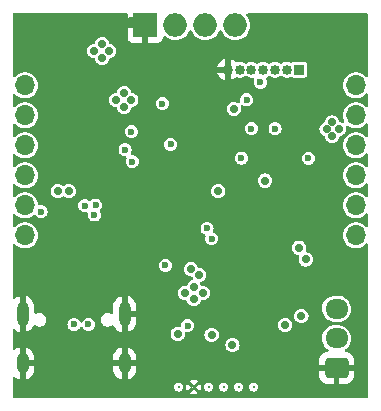
<source format=gbr>
%TF.GenerationSoftware,KiCad,Pcbnew,7.0.8*%
%TF.CreationDate,2024-03-19T19:35:36+01:00*%
%TF.ProjectId,neopixel_eliot_hat,6e656f70-6978-4656-9c5f-656c696f745f,rev?*%
%TF.SameCoordinates,Original*%
%TF.FileFunction,Copper,L3,Inr*%
%TF.FilePolarity,Positive*%
%FSLAX46Y46*%
G04 Gerber Fmt 4.6, Leading zero omitted, Abs format (unit mm)*
G04 Created by KiCad (PCBNEW 7.0.8) date 2024-03-19 19:35:36*
%MOMM*%
%LPD*%
G01*
G04 APERTURE LIST*
G04 Aperture macros list*
%AMRoundRect*
0 Rectangle with rounded corners*
0 $1 Rounding radius*
0 $2 $3 $4 $5 $6 $7 $8 $9 X,Y pos of 4 corners*
0 Add a 4 corners polygon primitive as box body*
4,1,4,$2,$3,$4,$5,$6,$7,$8,$9,$2,$3,0*
0 Add four circle primitives for the rounded corners*
1,1,$1+$1,$2,$3*
1,1,$1+$1,$4,$5*
1,1,$1+$1,$6,$7*
1,1,$1+$1,$8,$9*
0 Add four rect primitives between the rounded corners*
20,1,$1+$1,$2,$3,$4,$5,0*
20,1,$1+$1,$4,$5,$6,$7,0*
20,1,$1+$1,$6,$7,$8,$9,0*
20,1,$1+$1,$8,$9,$2,$3,0*%
G04 Aperture macros list end*
%TA.AperFunction,ComponentPad*%
%ADD10C,0.254000*%
%TD*%
%TA.AperFunction,ComponentPad*%
%ADD11R,2.000000X2.000000*%
%TD*%
%TA.AperFunction,ComponentPad*%
%ADD12O,2.000000X2.000000*%
%TD*%
%TA.AperFunction,ComponentPad*%
%ADD13O,1.700000X1.700000*%
%TD*%
%TA.AperFunction,ComponentPad*%
%ADD14O,1.000000X1.800000*%
%TD*%
%TA.AperFunction,ComponentPad*%
%ADD15O,1.000000X2.100000*%
%TD*%
%TA.AperFunction,ComponentPad*%
%ADD16R,0.850000X0.850000*%
%TD*%
%TA.AperFunction,ComponentPad*%
%ADD17O,0.850000X0.850000*%
%TD*%
%TA.AperFunction,ComponentPad*%
%ADD18RoundRect,0.250000X0.725000X-0.600000X0.725000X0.600000X-0.725000X0.600000X-0.725000X-0.600000X0*%
%TD*%
%TA.AperFunction,ComponentPad*%
%ADD19O,1.950000X1.700000*%
%TD*%
%TA.AperFunction,ViaPad*%
%ADD20C,0.700000*%
%TD*%
%TA.AperFunction,ViaPad*%
%ADD21C,0.600000*%
%TD*%
G04 APERTURE END LIST*
D10*
%TO.N,+3V3*%
%TO.C,LV1*%
X152080000Y-95047500D03*
%TO.N,GND*%
X153350000Y-95047500D03*
%TO.N,/IO27*%
X154620000Y-95047500D03*
%TO.N,Net-(LV1-I{slash}O_B)*%
X155890000Y-95047500D03*
%TO.N,Net-(LV1-DIR)*%
X157160000Y-95047500D03*
%TO.N,+5V_MCU*%
X158430000Y-95047500D03*
%TD*%
D11*
%TO.N,GND*%
%TO.C,J2*%
X149265000Y-64425000D03*
D12*
%TO.N,unconnected-(J2-3.3V-Pad2)*%
X151805000Y-64425000D03*
D13*
%TO.N,Net-(J2-SPI_SCK)*%
X139075000Y-69505000D03*
%TO.N,Net-(J2-SPI_MOSI)*%
X139075000Y-72045000D03*
%TO.N,Net-(J2-SPI_MISO)*%
X139075000Y-74585000D03*
%TO.N,Net-(J2-SPI_CS)*%
X139075000Y-77125000D03*
%TO.N,Net-(J2-I2C_SCL)*%
X139075000Y-79665000D03*
%TO.N,Net-(J2-I2C_SDA)*%
X139075000Y-82205000D03*
%TO.N,/MCU_GPIO1*%
X167075000Y-82205000D03*
%TO.N,/MCU_GPIO2*%
X167075000Y-79665000D03*
%TO.N,/MCU_GPIO3*%
X167075000Y-77125000D03*
%TO.N,/MCU_GPIO4*%
X167075000Y-74585000D03*
%TO.N,unconnected-(J2-GPIO_5-Pad13)*%
X167075000Y-72045000D03*
%TO.N,unconnected-(J2-GPIO_6-Pad14)*%
X167075000Y-69505000D03*
D12*
%TO.N,+5V_MCU*%
X154345000Y-64425000D03*
X156885000Y-64425000D03*
%TD*%
D14*
%TO.N,GND*%
%TO.C,J4*%
X147510000Y-93042500D03*
D15*
X147510000Y-88862500D03*
D14*
X138870000Y-93042500D03*
D15*
X138870000Y-88862500D03*
%TD*%
D16*
%TO.N,+3V3*%
%TO.C,J3*%
X162250000Y-68175000D03*
D17*
%TO.N,Net-(D1-IO2)*%
X161250000Y-68175000D03*
%TO.N,Net-(D1-IO1)*%
X160250000Y-68175000D03*
%TO.N,Net-(D1-IO3)*%
X159250000Y-68175000D03*
%TO.N,Net-(D1-IO4)*%
X158250000Y-68175000D03*
%TO.N,Net-(D1-IO5)*%
X157250000Y-68175000D03*
%TO.N,GND*%
X156250000Y-68175000D03*
%TD*%
D18*
%TO.N,GND*%
%TO.C,J1*%
X165450000Y-93425000D03*
D19*
%TO.N,/DATA_5V*%
X165450000Y-90925000D03*
%TO.N,+5V_MCU*%
X165450000Y-88425000D03*
%TD*%
D20*
%TO.N,+3V3*%
X142775000Y-78475000D03*
X155442024Y-78467024D03*
D21*
X140425000Y-80214500D03*
D20*
X156640000Y-91500000D03*
X152000000Y-90560000D03*
X162475000Y-89050500D03*
%TO.N,GND*%
X150800000Y-68175000D03*
X149475000Y-72050000D03*
X163040895Y-71359105D03*
X139125000Y-65250000D03*
X164025000Y-95400000D03*
X153950000Y-68175000D03*
X145925000Y-68225000D03*
X158925000Y-82680500D03*
X162325000Y-77100000D03*
X163150000Y-77925000D03*
X150125000Y-81700000D03*
X160625000Y-77925000D03*
X139125000Y-66925000D03*
X149275000Y-73500000D03*
X161450000Y-78775000D03*
X160975000Y-65975000D03*
X162325000Y-77925000D03*
X139275000Y-90850000D03*
X160175000Y-65975000D03*
X143225000Y-94375000D03*
X167520000Y-67165000D03*
X150150000Y-80875000D03*
X166720000Y-66290000D03*
X162450000Y-85474500D03*
X155675000Y-72050000D03*
X144825000Y-94375000D03*
X147500000Y-94612500D03*
X163150000Y-78775000D03*
X150900000Y-94612500D03*
X161450000Y-77100000D03*
X139125000Y-66125000D03*
X142750000Y-73725000D03*
X160625000Y-78775000D03*
X152000000Y-88599500D03*
X140975000Y-85600000D03*
X162325000Y-78775000D03*
X149350000Y-80850000D03*
X149325000Y-70050000D03*
X149500000Y-95400000D03*
X150900000Y-95400000D03*
X145125000Y-68200000D03*
X157468383Y-82680500D03*
X155675000Y-73500000D03*
X160625000Y-77100000D03*
X155589750Y-89819500D03*
X148050000Y-64025000D03*
X166720000Y-67165000D03*
X161775000Y-65975000D03*
X159375000Y-65975000D03*
X155675000Y-75525000D03*
X167520000Y-66290000D03*
X149325000Y-81675000D03*
X154750000Y-68175000D03*
X147525000Y-90787500D03*
X149500000Y-94612500D03*
X161450000Y-77925000D03*
X160000000Y-94950500D03*
X163150000Y-77100000D03*
X155675000Y-70050000D03*
X151600000Y-68175000D03*
X139125000Y-64450000D03*
X149250000Y-75475000D03*
%TO.N,+5V_MCU*%
X154135000Y-87090000D03*
X147475000Y-70150000D03*
X153360000Y-87615000D03*
X153360000Y-86590000D03*
X165090000Y-72645000D03*
X146800000Y-70750000D03*
X146200000Y-66600000D03*
X161100000Y-89800000D03*
X147475000Y-71350000D03*
X165635000Y-73210000D03*
X152610000Y-87090000D03*
X165090000Y-73795000D03*
X148075000Y-70750000D03*
X144925000Y-66600000D03*
X145600000Y-66000000D03*
X145600000Y-67200000D03*
X164610000Y-73210000D03*
D21*
%TO.N,/EN*%
X154493556Y-81606444D03*
X150950000Y-84750000D03*
D20*
X159400000Y-77575000D03*
X141850000Y-78449500D03*
X156748631Y-71487892D03*
%TO.N,/DATA_5V*%
X154875000Y-90625000D03*
D21*
%TO.N,Net-(D1-IO3)*%
X160250000Y-73175000D03*
X159000000Y-69250000D03*
%TO.N,Net-(D1-IO4)*%
X158250000Y-73175000D03*
X157849500Y-70732339D03*
%TO.N,/JTCK*%
X157395639Y-75664880D03*
X163075000Y-75675000D03*
%TO.N,Net-(S1-B)*%
X150700000Y-71050000D03*
D20*
%TO.N,/D-*%
X162850000Y-84250000D03*
X153830000Y-85560000D03*
%TO.N,/D+*%
X162276376Y-83250501D03*
X153125730Y-85079331D03*
D21*
%TO.N,/IO27*%
X154877067Y-82490905D03*
X152850000Y-89850000D03*
%TO.N,/U0RXD*%
X144136043Y-79686043D03*
%TO.N,/U0TXD*%
X145060824Y-79649500D03*
%TO.N,Net-(S2-B)*%
X151400000Y-74500000D03*
%TO.N,Net-(J2-SPI_SCK)*%
X148075000Y-73425000D03*
%TO.N,Net-(J2-SPI_MISO)*%
X147550500Y-74960035D03*
%TO.N,Net-(J2-SPI_CS)*%
X148150000Y-75975000D03*
%TO.N,Net-(J2-I2C_SDA)*%
X144950000Y-80475000D03*
%TO.N,Net-(J4-CC1)*%
X144450000Y-89750500D03*
%TO.N,Net-(J4-CC2)*%
X143225000Y-89750500D03*
%TD*%
%TA.AperFunction,Conductor*%
%TO.N,GND*%
G36*
X147708039Y-63420185D02*
G01*
X147753794Y-63472989D01*
X147765000Y-63524500D01*
X147765000Y-64175000D01*
X148831314Y-64175000D01*
X148805507Y-64215156D01*
X148765000Y-64353111D01*
X148765000Y-64496889D01*
X148805507Y-64634844D01*
X148831314Y-64675000D01*
X147765000Y-64675000D01*
X147765000Y-65472844D01*
X147771401Y-65532372D01*
X147771403Y-65532379D01*
X147821645Y-65667086D01*
X147821649Y-65667093D01*
X147907809Y-65782187D01*
X147907812Y-65782190D01*
X148022906Y-65868350D01*
X148022913Y-65868354D01*
X148157620Y-65918596D01*
X148157627Y-65918598D01*
X148217155Y-65924999D01*
X148217172Y-65925000D01*
X149015000Y-65925000D01*
X149015000Y-64860501D01*
X149122685Y-64909680D01*
X149229237Y-64925000D01*
X149300763Y-64925000D01*
X149407315Y-64909680D01*
X149515000Y-64860501D01*
X149515000Y-65925000D01*
X150312828Y-65925000D01*
X150312844Y-65924999D01*
X150372372Y-65918598D01*
X150372379Y-65918596D01*
X150507086Y-65868354D01*
X150507093Y-65868350D01*
X150622187Y-65782190D01*
X150622190Y-65782187D01*
X150708350Y-65667093D01*
X150708354Y-65667086D01*
X150758596Y-65532379D01*
X150758598Y-65532372D01*
X150764999Y-65472844D01*
X150765000Y-65472827D01*
X150765000Y-65452837D01*
X150784685Y-65385798D01*
X150837489Y-65340043D01*
X150906647Y-65330099D01*
X150970203Y-65359124D01*
X150976681Y-65365156D01*
X150998123Y-65386598D01*
X151177361Y-65512102D01*
X151375670Y-65604575D01*
X151587023Y-65661207D01*
X151769926Y-65677208D01*
X151804998Y-65680277D01*
X151805000Y-65680277D01*
X151805002Y-65680277D01*
X151833254Y-65677805D01*
X152022977Y-65661207D01*
X152234330Y-65604575D01*
X152432639Y-65512102D01*
X152611877Y-65386598D01*
X152766598Y-65231877D01*
X152892102Y-65052639D01*
X152962618Y-64901414D01*
X153008790Y-64848977D01*
X153075984Y-64829825D01*
X153142865Y-64850041D01*
X153187381Y-64901414D01*
X153257898Y-65052639D01*
X153383402Y-65231877D01*
X153538123Y-65386598D01*
X153717361Y-65512102D01*
X153915670Y-65604575D01*
X154127023Y-65661207D01*
X154309926Y-65677208D01*
X154344998Y-65680277D01*
X154345000Y-65680277D01*
X154345002Y-65680277D01*
X154373254Y-65677805D01*
X154562977Y-65661207D01*
X154774330Y-65604575D01*
X154972639Y-65512102D01*
X155151877Y-65386598D01*
X155306598Y-65231877D01*
X155432102Y-65052639D01*
X155502618Y-64901414D01*
X155548790Y-64848977D01*
X155615984Y-64829825D01*
X155682865Y-64850041D01*
X155727381Y-64901414D01*
X155797898Y-65052639D01*
X155923402Y-65231877D01*
X156078123Y-65386598D01*
X156257361Y-65512102D01*
X156455670Y-65604575D01*
X156667023Y-65661207D01*
X156849926Y-65677208D01*
X156884998Y-65680277D01*
X156885000Y-65680277D01*
X156885002Y-65680277D01*
X156913254Y-65677805D01*
X157102977Y-65661207D01*
X157314330Y-65604575D01*
X157512639Y-65512102D01*
X157691877Y-65386598D01*
X157846598Y-65231877D01*
X157972102Y-65052639D01*
X158064575Y-64854330D01*
X158121207Y-64642977D01*
X158140277Y-64425000D01*
X158121207Y-64207023D01*
X158064575Y-63995670D01*
X157972102Y-63797362D01*
X157972100Y-63797359D01*
X157972099Y-63797357D01*
X157846597Y-63618121D01*
X157840657Y-63612181D01*
X157807172Y-63550858D01*
X157812156Y-63481166D01*
X157854028Y-63425233D01*
X157919492Y-63400816D01*
X157928338Y-63400500D01*
X168000500Y-63400500D01*
X168067539Y-63420185D01*
X168113294Y-63472989D01*
X168124500Y-63524500D01*
X168124500Y-68698647D01*
X168104815Y-68765686D01*
X168052011Y-68811441D01*
X167982853Y-68821385D01*
X167919297Y-68792360D01*
X167901547Y-68773375D01*
X167891763Y-68760420D01*
X167891763Y-68760419D01*
X167741041Y-68623019D01*
X167741039Y-68623017D01*
X167567642Y-68515655D01*
X167567635Y-68515651D01*
X167472546Y-68478814D01*
X167377456Y-68441976D01*
X167176976Y-68404500D01*
X166973024Y-68404500D01*
X166772544Y-68441976D01*
X166772541Y-68441976D01*
X166772541Y-68441977D01*
X166582364Y-68515651D01*
X166582357Y-68515655D01*
X166408960Y-68623017D01*
X166408958Y-68623019D01*
X166258237Y-68760418D01*
X166135327Y-68923178D01*
X166044422Y-69105739D01*
X166044417Y-69105752D01*
X165988602Y-69301917D01*
X165969785Y-69504999D01*
X165969785Y-69505000D01*
X165988602Y-69708082D01*
X166044417Y-69904247D01*
X166044422Y-69904260D01*
X166135327Y-70086821D01*
X166258237Y-70249581D01*
X166408958Y-70386980D01*
X166408960Y-70386982D01*
X166506150Y-70447159D01*
X166582363Y-70494348D01*
X166772544Y-70568024D01*
X166973024Y-70605500D01*
X166973026Y-70605500D01*
X167176974Y-70605500D01*
X167176976Y-70605500D01*
X167377456Y-70568024D01*
X167567637Y-70494348D01*
X167741041Y-70386981D01*
X167891764Y-70249579D01*
X167901546Y-70236624D01*
X167957654Y-70194990D01*
X168027365Y-70190297D01*
X168088548Y-70224039D01*
X168121776Y-70285502D01*
X168124500Y-70311352D01*
X168124500Y-71238647D01*
X168104815Y-71305686D01*
X168052011Y-71351441D01*
X167982853Y-71361385D01*
X167919297Y-71332360D01*
X167901547Y-71313375D01*
X167891763Y-71300420D01*
X167891763Y-71300419D01*
X167741041Y-71163019D01*
X167741039Y-71163017D01*
X167567642Y-71055655D01*
X167567635Y-71055651D01*
X167431199Y-71002796D01*
X167377456Y-70981976D01*
X167176976Y-70944500D01*
X166973024Y-70944500D01*
X166772544Y-70981976D01*
X166772541Y-70981976D01*
X166772541Y-70981977D01*
X166582364Y-71055651D01*
X166582357Y-71055655D01*
X166408960Y-71163017D01*
X166408958Y-71163019D01*
X166258237Y-71300418D01*
X166135327Y-71463178D01*
X166044422Y-71645739D01*
X166044417Y-71645752D01*
X165988602Y-71841917D01*
X165969785Y-72044999D01*
X165969785Y-72045000D01*
X165988602Y-72248082D01*
X166044417Y-72444247D01*
X166044421Y-72444256D01*
X166075717Y-72507108D01*
X166087977Y-72575894D01*
X166061103Y-72640388D01*
X166003627Y-72680116D01*
X165933797Y-72682462D01*
X165917264Y-72676940D01*
X165791765Y-72624957D01*
X165791756Y-72624954D01*
X165785630Y-72624148D01*
X165721735Y-72595879D01*
X165683266Y-72537553D01*
X165678882Y-72517394D01*
X165677528Y-72507108D01*
X165675044Y-72488238D01*
X165614536Y-72342159D01*
X165518282Y-72216718D01*
X165392841Y-72120464D01*
X165278098Y-72072936D01*
X165246762Y-72059956D01*
X165246760Y-72059955D01*
X165090001Y-72039318D01*
X165089999Y-72039318D01*
X164933239Y-72059955D01*
X164933237Y-72059956D01*
X164787160Y-72120463D01*
X164661718Y-72216718D01*
X164565463Y-72342160D01*
X164504956Y-72488237D01*
X164504956Y-72488238D01*
X164498245Y-72539207D01*
X164469977Y-72603103D01*
X164422760Y-72637580D01*
X164307159Y-72685464D01*
X164181718Y-72781718D01*
X164085463Y-72907160D01*
X164024956Y-73053237D01*
X164024955Y-73053239D01*
X164004318Y-73209998D01*
X164004318Y-73210001D01*
X164024955Y-73366760D01*
X164024956Y-73366762D01*
X164085464Y-73512841D01*
X164181718Y-73638282D01*
X164307159Y-73734536D01*
X164413652Y-73778647D01*
X164419975Y-73781266D01*
X164474378Y-73825107D01*
X164495461Y-73879641D01*
X164504956Y-73951761D01*
X164504956Y-73951762D01*
X164532864Y-74019139D01*
X164565464Y-74097841D01*
X164661718Y-74223282D01*
X164787159Y-74319536D01*
X164933238Y-74380044D01*
X165011619Y-74390363D01*
X165089999Y-74400682D01*
X165090000Y-74400682D01*
X165090001Y-74400682D01*
X165142254Y-74393802D01*
X165246762Y-74380044D01*
X165392841Y-74319536D01*
X165518282Y-74223282D01*
X165614536Y-74097841D01*
X165675044Y-73951762D01*
X165681561Y-73902252D01*
X165709826Y-73838357D01*
X165768150Y-73799885D01*
X165788318Y-73795497D01*
X165791762Y-73795044D01*
X165937841Y-73734536D01*
X166063282Y-73638282D01*
X166159536Y-73512841D01*
X166220044Y-73366762D01*
X166240682Y-73210000D01*
X166232190Y-73145500D01*
X166219316Y-73047709D01*
X166230082Y-72978674D01*
X166276462Y-72926418D01*
X166343730Y-72907533D01*
X166407533Y-72926097D01*
X166408955Y-72926977D01*
X166408959Y-72926981D01*
X166582363Y-73034348D01*
X166772544Y-73108024D01*
X166973024Y-73145500D01*
X166973026Y-73145500D01*
X167176974Y-73145500D01*
X167176976Y-73145500D01*
X167377456Y-73108024D01*
X167567637Y-73034348D01*
X167741041Y-72926981D01*
X167891764Y-72789579D01*
X167901546Y-72776624D01*
X167957654Y-72734990D01*
X168027365Y-72730297D01*
X168088548Y-72764039D01*
X168121776Y-72825502D01*
X168124500Y-72851352D01*
X168124500Y-73778647D01*
X168104815Y-73845686D01*
X168052011Y-73891441D01*
X167982853Y-73901385D01*
X167919297Y-73872360D01*
X167901547Y-73853375D01*
X167891763Y-73840420D01*
X167891763Y-73840419D01*
X167741041Y-73703019D01*
X167741039Y-73703017D01*
X167567642Y-73595655D01*
X167567635Y-73595651D01*
X167472546Y-73558814D01*
X167377456Y-73521976D01*
X167176976Y-73484500D01*
X166973024Y-73484500D01*
X166772544Y-73521976D01*
X166772541Y-73521976D01*
X166772541Y-73521977D01*
X166582364Y-73595651D01*
X166582357Y-73595655D01*
X166408960Y-73703017D01*
X166408958Y-73703019D01*
X166258237Y-73840418D01*
X166135327Y-74003178D01*
X166044422Y-74185739D01*
X166044417Y-74185752D01*
X165988602Y-74381917D01*
X165969785Y-74584999D01*
X165969785Y-74585000D01*
X165988602Y-74788082D01*
X166044417Y-74984247D01*
X166044422Y-74984260D01*
X166135327Y-75166821D01*
X166258237Y-75329581D01*
X166408958Y-75466980D01*
X166408960Y-75466982D01*
X166496479Y-75521171D01*
X166582363Y-75574348D01*
X166772544Y-75648024D01*
X166973024Y-75685500D01*
X166973026Y-75685500D01*
X167176974Y-75685500D01*
X167176976Y-75685500D01*
X167377456Y-75648024D01*
X167567637Y-75574348D01*
X167741041Y-75466981D01*
X167891764Y-75329579D01*
X167901546Y-75316624D01*
X167957654Y-75274990D01*
X168027365Y-75270297D01*
X168088548Y-75304039D01*
X168121776Y-75365502D01*
X168124500Y-75391352D01*
X168124500Y-76318647D01*
X168104815Y-76385686D01*
X168052011Y-76431441D01*
X167982853Y-76441385D01*
X167919297Y-76412360D01*
X167901547Y-76393375D01*
X167891763Y-76380420D01*
X167891763Y-76380419D01*
X167741041Y-76243019D01*
X167741039Y-76243017D01*
X167567642Y-76135655D01*
X167567635Y-76135651D01*
X167472546Y-76098814D01*
X167377456Y-76061976D01*
X167176976Y-76024500D01*
X166973024Y-76024500D01*
X166772544Y-76061976D01*
X166772541Y-76061976D01*
X166772541Y-76061977D01*
X166582364Y-76135651D01*
X166582357Y-76135655D01*
X166408960Y-76243017D01*
X166408958Y-76243019D01*
X166258237Y-76380418D01*
X166135327Y-76543178D01*
X166044422Y-76725739D01*
X166044417Y-76725752D01*
X165988602Y-76921917D01*
X165969785Y-77124999D01*
X165969785Y-77125000D01*
X165988602Y-77328082D01*
X166044417Y-77524247D01*
X166044422Y-77524260D01*
X166135327Y-77706821D01*
X166258237Y-77869581D01*
X166408958Y-78006980D01*
X166408960Y-78006982D01*
X166508141Y-78068392D01*
X166582363Y-78114348D01*
X166772544Y-78188024D01*
X166973024Y-78225500D01*
X166973026Y-78225500D01*
X167176974Y-78225500D01*
X167176976Y-78225500D01*
X167377456Y-78188024D01*
X167567637Y-78114348D01*
X167741041Y-78006981D01*
X167891764Y-77869579D01*
X167901546Y-77856624D01*
X167957654Y-77814990D01*
X168027365Y-77810297D01*
X168088548Y-77844039D01*
X168121776Y-77905502D01*
X168124500Y-77931352D01*
X168124500Y-78858647D01*
X168104815Y-78925686D01*
X168052011Y-78971441D01*
X167982853Y-78981385D01*
X167919297Y-78952360D01*
X167901547Y-78933375D01*
X167891763Y-78920420D01*
X167891763Y-78920419D01*
X167741041Y-78783019D01*
X167741039Y-78783017D01*
X167567642Y-78675655D01*
X167567635Y-78675651D01*
X167433749Y-78623784D01*
X167377456Y-78601976D01*
X167176976Y-78564500D01*
X166973024Y-78564500D01*
X166772544Y-78601976D01*
X166772541Y-78601976D01*
X166772541Y-78601977D01*
X166582364Y-78675651D01*
X166582357Y-78675655D01*
X166408960Y-78783017D01*
X166408958Y-78783019D01*
X166258237Y-78920418D01*
X166135327Y-79083178D01*
X166044422Y-79265739D01*
X166044417Y-79265752D01*
X165988602Y-79461917D01*
X165969785Y-79664999D01*
X165969785Y-79665000D01*
X165988602Y-79868082D01*
X166044417Y-80064247D01*
X166044422Y-80064260D01*
X166135327Y-80246821D01*
X166258237Y-80409581D01*
X166408958Y-80546980D01*
X166408960Y-80546982D01*
X166408962Y-80546983D01*
X166582363Y-80654348D01*
X166772544Y-80728024D01*
X166973024Y-80765500D01*
X166973026Y-80765500D01*
X167176974Y-80765500D01*
X167176976Y-80765500D01*
X167377456Y-80728024D01*
X167567637Y-80654348D01*
X167741041Y-80546981D01*
X167891764Y-80409579D01*
X167901546Y-80396624D01*
X167957654Y-80354990D01*
X168027365Y-80350297D01*
X168088548Y-80384039D01*
X168121776Y-80445502D01*
X168124500Y-80471352D01*
X168124500Y-81398647D01*
X168104815Y-81465686D01*
X168052011Y-81511441D01*
X167982853Y-81521385D01*
X167919297Y-81492360D01*
X167901547Y-81473375D01*
X167891763Y-81460420D01*
X167891763Y-81460419D01*
X167741041Y-81323019D01*
X167741039Y-81323017D01*
X167567642Y-81215655D01*
X167567635Y-81215651D01*
X167472546Y-81178814D01*
X167377456Y-81141976D01*
X167176976Y-81104500D01*
X166973024Y-81104500D01*
X166772544Y-81141976D01*
X166772541Y-81141976D01*
X166772541Y-81141977D01*
X166582364Y-81215651D01*
X166582357Y-81215655D01*
X166408960Y-81323017D01*
X166408958Y-81323019D01*
X166258237Y-81460418D01*
X166135327Y-81623178D01*
X166044422Y-81805739D01*
X166044417Y-81805752D01*
X165988602Y-82001917D01*
X165969785Y-82204999D01*
X165969785Y-82205000D01*
X165988602Y-82408082D01*
X166044417Y-82604247D01*
X166044422Y-82604260D01*
X166135327Y-82786821D01*
X166258237Y-82949581D01*
X166408958Y-83086980D01*
X166408960Y-83086982D01*
X166419875Y-83093740D01*
X166582363Y-83194348D01*
X166772544Y-83268024D01*
X166973024Y-83305500D01*
X166973026Y-83305500D01*
X167176974Y-83305500D01*
X167176976Y-83305500D01*
X167377456Y-83268024D01*
X167567637Y-83194348D01*
X167741041Y-83086981D01*
X167891764Y-82949579D01*
X167901546Y-82936624D01*
X167957654Y-82894990D01*
X168027365Y-82890297D01*
X168088548Y-82924039D01*
X168121776Y-82985502D01*
X168124500Y-83011352D01*
X168124500Y-95825500D01*
X168104815Y-95892539D01*
X168052011Y-95938294D01*
X168000500Y-95949500D01*
X138149500Y-95949500D01*
X138082461Y-95929815D01*
X138036706Y-95877011D01*
X138025500Y-95825500D01*
X138025500Y-95573700D01*
X153003402Y-95573700D01*
X153126030Y-95638061D01*
X153273867Y-95674500D01*
X153426133Y-95674500D01*
X153573971Y-95638060D01*
X153696596Y-95573701D01*
X153696596Y-95573700D01*
X153350001Y-95227105D01*
X153350000Y-95227105D01*
X153003402Y-95573700D01*
X138025500Y-95573700D01*
X138025500Y-95047503D01*
X151697794Y-95047503D01*
X151716498Y-95165604D01*
X151716498Y-95165605D01*
X151770790Y-95272157D01*
X151855342Y-95356709D01*
X151855344Y-95356710D01*
X151855345Y-95356711D01*
X151961892Y-95411000D01*
X151961893Y-95411000D01*
X151961895Y-95411001D01*
X152079997Y-95429706D01*
X152080000Y-95429706D01*
X152080003Y-95429706D01*
X152198104Y-95411001D01*
X152198105Y-95411001D01*
X152198106Y-95411000D01*
X152198108Y-95411000D01*
X152304655Y-95356711D01*
X152389211Y-95272155D01*
X152443500Y-95165608D01*
X152443500Y-95165606D01*
X152443501Y-95165605D01*
X152443501Y-95165604D01*
X152462206Y-95047503D01*
X152462206Y-95047500D01*
X152718395Y-95047500D01*
X152736747Y-95198652D01*
X152790742Y-95341020D01*
X152825915Y-95391978D01*
X153137903Y-95079992D01*
X153250000Y-95079992D01*
X153288197Y-95132565D01*
X153334162Y-95147500D01*
X153365838Y-95147500D01*
X153411803Y-95132565D01*
X153450000Y-95079992D01*
X153450000Y-95047501D01*
X153529605Y-95047501D01*
X153874083Y-95391979D01*
X153909257Y-95341021D01*
X153963252Y-95198652D01*
X153981604Y-95047503D01*
X154237794Y-95047503D01*
X154256498Y-95165604D01*
X154256498Y-95165605D01*
X154310790Y-95272157D01*
X154395342Y-95356709D01*
X154395344Y-95356710D01*
X154395345Y-95356711D01*
X154501892Y-95411000D01*
X154501893Y-95411000D01*
X154501895Y-95411001D01*
X154619997Y-95429706D01*
X154620000Y-95429706D01*
X154620003Y-95429706D01*
X154738104Y-95411001D01*
X154738105Y-95411001D01*
X154738106Y-95411000D01*
X154738108Y-95411000D01*
X154844655Y-95356711D01*
X154929211Y-95272155D01*
X154983500Y-95165608D01*
X154983500Y-95165606D01*
X154983501Y-95165605D01*
X154983501Y-95165604D01*
X155002206Y-95047503D01*
X155507794Y-95047503D01*
X155526498Y-95165604D01*
X155526498Y-95165605D01*
X155580790Y-95272157D01*
X155665342Y-95356709D01*
X155665344Y-95356710D01*
X155665345Y-95356711D01*
X155771892Y-95411000D01*
X155771893Y-95411000D01*
X155771895Y-95411001D01*
X155889997Y-95429706D01*
X155890000Y-95429706D01*
X155890003Y-95429706D01*
X156008104Y-95411001D01*
X156008105Y-95411001D01*
X156008106Y-95411000D01*
X156008108Y-95411000D01*
X156114655Y-95356711D01*
X156199211Y-95272155D01*
X156253500Y-95165608D01*
X156253500Y-95165606D01*
X156253501Y-95165605D01*
X156253501Y-95165604D01*
X156272206Y-95047503D01*
X156777794Y-95047503D01*
X156796498Y-95165604D01*
X156796498Y-95165605D01*
X156850790Y-95272157D01*
X156935342Y-95356709D01*
X156935344Y-95356710D01*
X156935345Y-95356711D01*
X157041892Y-95411000D01*
X157041893Y-95411000D01*
X157041895Y-95411001D01*
X157159997Y-95429706D01*
X157160000Y-95429706D01*
X157160003Y-95429706D01*
X157278104Y-95411001D01*
X157278105Y-95411001D01*
X157278106Y-95411000D01*
X157278108Y-95411000D01*
X157384655Y-95356711D01*
X157469211Y-95272155D01*
X157523500Y-95165608D01*
X157523500Y-95165606D01*
X157523501Y-95165605D01*
X157523501Y-95165604D01*
X157542206Y-95047503D01*
X158047794Y-95047503D01*
X158066498Y-95165604D01*
X158066498Y-95165605D01*
X158120790Y-95272157D01*
X158205342Y-95356709D01*
X158205344Y-95356710D01*
X158205345Y-95356711D01*
X158311892Y-95411000D01*
X158311893Y-95411000D01*
X158311895Y-95411001D01*
X158429997Y-95429706D01*
X158430000Y-95429706D01*
X158430003Y-95429706D01*
X158548104Y-95411001D01*
X158548105Y-95411001D01*
X158548106Y-95411000D01*
X158548108Y-95411000D01*
X158654655Y-95356711D01*
X158739211Y-95272155D01*
X158793500Y-95165608D01*
X158793500Y-95165606D01*
X158793501Y-95165605D01*
X158793501Y-95165604D01*
X158812206Y-95047503D01*
X158812206Y-95047496D01*
X158793501Y-94929395D01*
X158793501Y-94929394D01*
X158793500Y-94929392D01*
X158739211Y-94822845D01*
X158739210Y-94822844D01*
X158739209Y-94822842D01*
X158654657Y-94738290D01*
X158548104Y-94683998D01*
X158430003Y-94665294D01*
X158429997Y-94665294D01*
X158311895Y-94683998D01*
X158311894Y-94683998D01*
X158205342Y-94738290D01*
X158120790Y-94822842D01*
X158066498Y-94929394D01*
X158066498Y-94929395D01*
X158047794Y-95047496D01*
X158047794Y-95047503D01*
X157542206Y-95047503D01*
X157542206Y-95047496D01*
X157523501Y-94929395D01*
X157523501Y-94929394D01*
X157523500Y-94929392D01*
X157469211Y-94822845D01*
X157469210Y-94822844D01*
X157469209Y-94822842D01*
X157384657Y-94738290D01*
X157278104Y-94683998D01*
X157160003Y-94665294D01*
X157159997Y-94665294D01*
X157041895Y-94683998D01*
X157041894Y-94683998D01*
X156935342Y-94738290D01*
X156850790Y-94822842D01*
X156796498Y-94929394D01*
X156796498Y-94929395D01*
X156777794Y-95047496D01*
X156777794Y-95047503D01*
X156272206Y-95047503D01*
X156272206Y-95047496D01*
X156253501Y-94929395D01*
X156253501Y-94929394D01*
X156253500Y-94929392D01*
X156199211Y-94822845D01*
X156199210Y-94822844D01*
X156199209Y-94822842D01*
X156114657Y-94738290D01*
X156008104Y-94683998D01*
X155890003Y-94665294D01*
X155889997Y-94665294D01*
X155771895Y-94683998D01*
X155771894Y-94683998D01*
X155665342Y-94738290D01*
X155580790Y-94822842D01*
X155526498Y-94929394D01*
X155526498Y-94929395D01*
X155507794Y-95047496D01*
X155507794Y-95047503D01*
X155002206Y-95047503D01*
X155002206Y-95047496D01*
X154983501Y-94929395D01*
X154983501Y-94929394D01*
X154983500Y-94929392D01*
X154929211Y-94822845D01*
X154929210Y-94822844D01*
X154929209Y-94822842D01*
X154844657Y-94738290D01*
X154738104Y-94683998D01*
X154620003Y-94665294D01*
X154619997Y-94665294D01*
X154501895Y-94683998D01*
X154501894Y-94683998D01*
X154395342Y-94738290D01*
X154310790Y-94822842D01*
X154256498Y-94929394D01*
X154256498Y-94929395D01*
X154237794Y-95047496D01*
X154237794Y-95047503D01*
X153981604Y-95047503D01*
X153981604Y-95047500D01*
X153963252Y-94896347D01*
X153909256Y-94753975D01*
X153874084Y-94703020D01*
X153874083Y-94703019D01*
X153529605Y-95047499D01*
X153529605Y-95047501D01*
X153450000Y-95047501D01*
X153450000Y-95015008D01*
X153411803Y-94962435D01*
X153365838Y-94947500D01*
X153334162Y-94947500D01*
X153288197Y-94962435D01*
X153250000Y-95015008D01*
X153250000Y-95079992D01*
X153137903Y-95079992D01*
X153170395Y-95047500D01*
X152825914Y-94703019D01*
X152790746Y-94753971D01*
X152790743Y-94753977D01*
X152736747Y-94896347D01*
X152718395Y-95047500D01*
X152462206Y-95047500D01*
X152462206Y-95047496D01*
X152443501Y-94929395D01*
X152443501Y-94929394D01*
X152443500Y-94929392D01*
X152389211Y-94822845D01*
X152389210Y-94822844D01*
X152389209Y-94822842D01*
X152304657Y-94738290D01*
X152198104Y-94683998D01*
X152080003Y-94665294D01*
X152079997Y-94665294D01*
X151961895Y-94683998D01*
X151961894Y-94683998D01*
X151855342Y-94738290D01*
X151770790Y-94822842D01*
X151716498Y-94929394D01*
X151716498Y-94929395D01*
X151697794Y-95047496D01*
X151697794Y-95047503D01*
X138025500Y-95047503D01*
X138025500Y-94521298D01*
X153003403Y-94521298D01*
X153350000Y-94867895D01*
X153350001Y-94867895D01*
X153696596Y-94521298D01*
X153573968Y-94456938D01*
X153426133Y-94420500D01*
X153273867Y-94420500D01*
X153126031Y-94456938D01*
X153003403Y-94521298D01*
X138025500Y-94521298D01*
X138025500Y-94306181D01*
X138045185Y-94239142D01*
X138097989Y-94193387D01*
X138167147Y-94183443D01*
X138225401Y-94208125D01*
X138338304Y-94295518D01*
X138520907Y-94385089D01*
X138620000Y-94410744D01*
X138620000Y-93608610D01*
X138644457Y-93648110D01*
X138733962Y-93715701D01*
X138841840Y-93746395D01*
X138953521Y-93736046D01*
X139053922Y-93686052D01*
X139120000Y-93613569D01*
X139120000Y-94415866D01*
X139121944Y-94415569D01*
X139121945Y-94415569D01*
X139312660Y-94344936D01*
X139312664Y-94344934D01*
X139485267Y-94237350D01*
X139632668Y-94097235D01*
X139632669Y-94097233D01*
X139748856Y-93930304D01*
X139829059Y-93743407D01*
X139870000Y-93544190D01*
X139870000Y-93493213D01*
X146510000Y-93493213D01*
X146525418Y-93644838D01*
X146586299Y-93838881D01*
X146586304Y-93838891D01*
X146685005Y-94016715D01*
X146685005Y-94016716D01*
X146817478Y-94171030D01*
X146817479Y-94171031D01*
X146978304Y-94295518D01*
X147160907Y-94385089D01*
X147260000Y-94410744D01*
X147260000Y-93608610D01*
X147284457Y-93648110D01*
X147373962Y-93715701D01*
X147481840Y-93746395D01*
X147593521Y-93736046D01*
X147693922Y-93686052D01*
X147760000Y-93613569D01*
X147760000Y-94415866D01*
X147761944Y-94415569D01*
X147761945Y-94415569D01*
X147952660Y-94344936D01*
X147952664Y-94344934D01*
X148125267Y-94237350D01*
X148272668Y-94097235D01*
X148272669Y-94097233D01*
X148388856Y-93930304D01*
X148469059Y-93743407D01*
X148510000Y-93544190D01*
X148510000Y-93292500D01*
X147810000Y-93292500D01*
X147810000Y-93175000D01*
X163975000Y-93175000D01*
X165046031Y-93175000D01*
X165013481Y-93225649D01*
X164975000Y-93356705D01*
X164975000Y-93493295D01*
X165013481Y-93624351D01*
X165046031Y-93675000D01*
X163975001Y-93675000D01*
X163975001Y-94074986D01*
X163985494Y-94177697D01*
X164040641Y-94344119D01*
X164040643Y-94344124D01*
X164132684Y-94493345D01*
X164256654Y-94617315D01*
X164405875Y-94709356D01*
X164405880Y-94709358D01*
X164572302Y-94764505D01*
X164572309Y-94764506D01*
X164675019Y-94774999D01*
X165199999Y-94774999D01*
X165200000Y-94774998D01*
X165200000Y-93833018D01*
X165314801Y-93885446D01*
X165416025Y-93900000D01*
X165483975Y-93900000D01*
X165585199Y-93885446D01*
X165700000Y-93833018D01*
X165700000Y-94774999D01*
X166224972Y-94774999D01*
X166224986Y-94774998D01*
X166327697Y-94764505D01*
X166494119Y-94709358D01*
X166494124Y-94709356D01*
X166643345Y-94617315D01*
X166767315Y-94493345D01*
X166859356Y-94344124D01*
X166859358Y-94344119D01*
X166914505Y-94177697D01*
X166914506Y-94177690D01*
X166924999Y-94074986D01*
X166925000Y-94074973D01*
X166925000Y-93675000D01*
X165853969Y-93675000D01*
X165886519Y-93624351D01*
X165925000Y-93493295D01*
X165925000Y-93356705D01*
X165886519Y-93225649D01*
X165853969Y-93175000D01*
X166924999Y-93175000D01*
X166924999Y-92775028D01*
X166924998Y-92775013D01*
X166914505Y-92672302D01*
X166859358Y-92505880D01*
X166859356Y-92505875D01*
X166767315Y-92356654D01*
X166643345Y-92232684D01*
X166494124Y-92140643D01*
X166494119Y-92140641D01*
X166327697Y-92085494D01*
X166327690Y-92085493D01*
X166236324Y-92076159D01*
X166171633Y-92049763D01*
X166131481Y-91992582D01*
X166128618Y-91922771D01*
X166163952Y-91862494D01*
X166172275Y-91855331D01*
X166239021Y-91802841D01*
X166337886Y-91725092D01*
X166475519Y-91566256D01*
X166513772Y-91500001D01*
X166580601Y-91384249D01*
X166580600Y-91384249D01*
X166580604Y-91384244D01*
X166649344Y-91185633D01*
X166679254Y-90977602D01*
X166669254Y-90767670D01*
X166619704Y-90563424D01*
X166618141Y-90560001D01*
X166532401Y-90372256D01*
X166532398Y-90372251D01*
X166532397Y-90372250D01*
X166532396Y-90372247D01*
X166410486Y-90201048D01*
X166410484Y-90201046D01*
X166410479Y-90201040D01*
X166258379Y-90056014D01*
X166081574Y-89942388D01*
X166070613Y-89938000D01*
X165900403Y-89869858D01*
X165886455Y-89864274D01*
X165680086Y-89824500D01*
X165680085Y-89824500D01*
X165272575Y-89824500D01*
X165115782Y-89839472D01*
X165115778Y-89839473D01*
X164914127Y-89898683D01*
X164727313Y-89994991D01*
X164562116Y-90124905D01*
X164562112Y-90124909D01*
X164424478Y-90283746D01*
X164319398Y-90465750D01*
X164250656Y-90664365D01*
X164250656Y-90664367D01*
X164222121Y-90862839D01*
X164220746Y-90872401D01*
X164230745Y-91082327D01*
X164280296Y-91286578D01*
X164280298Y-91286582D01*
X164367598Y-91477743D01*
X164367601Y-91477748D01*
X164367602Y-91477750D01*
X164367604Y-91477753D01*
X164430627Y-91566256D01*
X164489515Y-91648953D01*
X164489520Y-91648959D01*
X164641622Y-91793987D01*
X164725285Y-91847754D01*
X164771040Y-91900558D01*
X164780984Y-91969716D01*
X164751959Y-92033272D01*
X164693181Y-92071046D01*
X164670848Y-92075427D01*
X164572302Y-92085494D01*
X164405880Y-92140641D01*
X164405875Y-92140643D01*
X164256654Y-92232684D01*
X164132684Y-92356654D01*
X164040643Y-92505875D01*
X164040641Y-92505880D01*
X163985494Y-92672302D01*
X163985493Y-92672309D01*
X163975000Y-92775013D01*
X163975000Y-93175000D01*
X147810000Y-93175000D01*
X147810000Y-92792500D01*
X148510000Y-92792500D01*
X148510000Y-92591786D01*
X148494581Y-92440161D01*
X148433700Y-92246118D01*
X148433695Y-92246108D01*
X148334994Y-92068284D01*
X148334994Y-92068283D01*
X148202521Y-91913969D01*
X148202520Y-91913968D01*
X148041695Y-91789481D01*
X147859093Y-91699911D01*
X147760000Y-91674253D01*
X147760000Y-92476389D01*
X147735543Y-92436890D01*
X147646038Y-92369299D01*
X147538160Y-92338605D01*
X147426479Y-92348954D01*
X147326078Y-92398948D01*
X147260000Y-92471430D01*
X147260000Y-91669133D01*
X147258053Y-91669431D01*
X147258047Y-91669433D01*
X147067342Y-91740062D01*
X147067335Y-91740065D01*
X146894732Y-91847649D01*
X146747331Y-91987764D01*
X146747330Y-91987766D01*
X146631143Y-92154695D01*
X146550940Y-92341592D01*
X146510000Y-92540809D01*
X146510000Y-92792500D01*
X147210000Y-92792500D01*
X147210000Y-93292500D01*
X146510000Y-93292500D01*
X146510000Y-93493213D01*
X139870000Y-93493213D01*
X139870000Y-93292500D01*
X139170000Y-93292500D01*
X139170000Y-92792500D01*
X139870000Y-92792500D01*
X139870000Y-92591786D01*
X139854581Y-92440161D01*
X139793700Y-92246118D01*
X139793695Y-92246108D01*
X139694994Y-92068284D01*
X139694994Y-92068283D01*
X139562521Y-91913969D01*
X139562520Y-91913968D01*
X139401695Y-91789481D01*
X139219093Y-91699911D01*
X139120000Y-91674253D01*
X139120000Y-92476389D01*
X139095543Y-92436890D01*
X139006038Y-92369299D01*
X138898160Y-92338605D01*
X138786479Y-92348954D01*
X138686078Y-92398948D01*
X138620000Y-92471430D01*
X138620000Y-91669133D01*
X138618053Y-91669431D01*
X138618047Y-91669433D01*
X138427342Y-91740062D01*
X138427335Y-91740065D01*
X138254732Y-91847649D01*
X138234930Y-91866473D01*
X138172778Y-91898392D01*
X138103235Y-91891643D01*
X138048381Y-91848367D01*
X138025631Y-91782305D01*
X138025500Y-91776597D01*
X138025500Y-91500001D01*
X156034318Y-91500001D01*
X156054955Y-91656760D01*
X156054956Y-91656762D01*
X156111796Y-91793987D01*
X156115464Y-91802841D01*
X156211718Y-91928282D01*
X156337159Y-92024536D01*
X156483238Y-92085044D01*
X156561619Y-92095363D01*
X156639999Y-92105682D01*
X156640000Y-92105682D01*
X156640001Y-92105682D01*
X156692254Y-92098802D01*
X156796762Y-92085044D01*
X156942841Y-92024536D01*
X157068282Y-91928282D01*
X157164536Y-91802841D01*
X157225044Y-91656762D01*
X157245682Y-91500000D01*
X157242752Y-91477748D01*
X157230443Y-91384249D01*
X157225044Y-91343238D01*
X157164536Y-91197159D01*
X157068282Y-91071718D01*
X156942841Y-90975464D01*
X156796762Y-90914956D01*
X156796760Y-90914955D01*
X156640001Y-90894318D01*
X156639999Y-90894318D01*
X156483239Y-90914955D01*
X156483237Y-90914956D01*
X156337160Y-90975463D01*
X156211718Y-91071718D01*
X156115463Y-91197160D01*
X156054956Y-91343237D01*
X156054955Y-91343239D01*
X156034318Y-91499998D01*
X156034318Y-91500001D01*
X138025500Y-91500001D01*
X138025500Y-90560001D01*
X151394318Y-90560001D01*
X151414955Y-90716760D01*
X151414956Y-90716762D01*
X151475464Y-90862841D01*
X151571718Y-90988282D01*
X151697159Y-91084536D01*
X151843238Y-91145044D01*
X151921619Y-91155363D01*
X151999999Y-91165682D01*
X152000000Y-91165682D01*
X152000001Y-91165682D01*
X152052254Y-91158802D01*
X152156762Y-91145044D01*
X152302841Y-91084536D01*
X152428282Y-90988282D01*
X152524536Y-90862841D01*
X152585044Y-90716762D01*
X152597125Y-90625001D01*
X154269318Y-90625001D01*
X154289955Y-90781760D01*
X154289956Y-90781762D01*
X154350464Y-90927841D01*
X154446718Y-91053282D01*
X154572159Y-91149536D01*
X154718238Y-91210044D01*
X154796619Y-91220363D01*
X154874999Y-91230682D01*
X154875000Y-91230682D01*
X154875001Y-91230682D01*
X154927254Y-91223802D01*
X155031762Y-91210044D01*
X155177841Y-91149536D01*
X155303282Y-91053282D01*
X155399536Y-90927841D01*
X155460044Y-90781762D01*
X155480682Y-90625000D01*
X155472575Y-90563424D01*
X155460044Y-90468239D01*
X155460044Y-90468238D01*
X155399536Y-90322159D01*
X155303282Y-90196718D01*
X155177841Y-90100464D01*
X155097614Y-90067233D01*
X155031762Y-90039956D01*
X155031760Y-90039955D01*
X154875001Y-90019318D01*
X154874999Y-90019318D01*
X154718239Y-90039955D01*
X154718237Y-90039956D01*
X154572160Y-90100463D01*
X154446718Y-90196718D01*
X154350463Y-90322160D01*
X154289956Y-90468237D01*
X154289955Y-90468239D01*
X154269318Y-90624998D01*
X154269318Y-90625001D01*
X152597125Y-90625001D01*
X152605682Y-90560000D01*
X152601733Y-90530004D01*
X152612498Y-90460969D01*
X152658878Y-90408713D01*
X152726147Y-90389828D01*
X152740841Y-90390878D01*
X152850000Y-90405250D01*
X152993709Y-90386330D01*
X153127625Y-90330861D01*
X153242621Y-90242621D01*
X153330861Y-90127625D01*
X153386330Y-89993709D01*
X153405250Y-89850000D01*
X153398667Y-89800001D01*
X160494318Y-89800001D01*
X160514955Y-89956760D01*
X160514956Y-89956762D01*
X160556067Y-90056014D01*
X160575464Y-90102841D01*
X160671718Y-90228282D01*
X160797159Y-90324536D01*
X160943238Y-90385044D01*
X160987567Y-90390880D01*
X161099999Y-90405682D01*
X161100000Y-90405682D01*
X161100001Y-90405682D01*
X161152254Y-90398802D01*
X161256762Y-90385044D01*
X161402841Y-90324536D01*
X161528282Y-90228282D01*
X161624536Y-90102841D01*
X161685044Y-89956762D01*
X161703981Y-89812923D01*
X161705682Y-89800001D01*
X161705682Y-89799998D01*
X161686294Y-89652733D01*
X161685044Y-89643238D01*
X161624536Y-89497159D01*
X161528282Y-89371718D01*
X161402841Y-89275464D01*
X161388778Y-89269639D01*
X161256762Y-89214956D01*
X161256760Y-89214955D01*
X161100001Y-89194318D01*
X161099999Y-89194318D01*
X160943239Y-89214955D01*
X160943237Y-89214956D01*
X160797160Y-89275463D01*
X160671718Y-89371718D01*
X160575463Y-89497160D01*
X160514956Y-89643237D01*
X160514955Y-89643239D01*
X160494318Y-89799998D01*
X160494318Y-89800001D01*
X153398667Y-89800001D01*
X153386330Y-89706291D01*
X153330861Y-89572375D01*
X153242621Y-89457379D01*
X153127625Y-89369139D01*
X153127624Y-89369138D01*
X153127622Y-89369137D01*
X152993712Y-89313671D01*
X152993710Y-89313670D01*
X152993709Y-89313670D01*
X152921854Y-89304210D01*
X152850001Y-89294750D01*
X152849999Y-89294750D01*
X152706291Y-89313670D01*
X152706287Y-89313671D01*
X152572377Y-89369137D01*
X152457379Y-89457379D01*
X152369137Y-89572377D01*
X152313671Y-89706287D01*
X152313670Y-89706291D01*
X152294750Y-89849999D01*
X152294750Y-89851727D01*
X152294337Y-89853131D01*
X152293689Y-89858058D01*
X152292920Y-89857956D01*
X152275065Y-89918766D01*
X152222261Y-89964521D01*
X152154565Y-89974666D01*
X152000001Y-89954318D01*
X151999999Y-89954318D01*
X151843239Y-89974955D01*
X151843237Y-89974956D01*
X151697160Y-90035463D01*
X151571718Y-90131718D01*
X151475463Y-90257160D01*
X151414956Y-90403237D01*
X151414955Y-90403239D01*
X151394318Y-90559998D01*
X151394318Y-90560001D01*
X138025500Y-90560001D01*
X138025500Y-90276181D01*
X138045185Y-90209142D01*
X138097989Y-90163387D01*
X138167147Y-90153443D01*
X138225401Y-90178125D01*
X138338304Y-90265518D01*
X138520907Y-90355089D01*
X138620000Y-90380744D01*
X138620000Y-89578610D01*
X138644457Y-89618110D01*
X138733962Y-89685701D01*
X138841840Y-89716395D01*
X138953521Y-89706046D01*
X139053922Y-89656052D01*
X139120000Y-89583569D01*
X139120000Y-90385866D01*
X139121944Y-90385569D01*
X139121945Y-90385569D01*
X139312660Y-90314936D01*
X139312664Y-90314934D01*
X139485267Y-90207350D01*
X139632668Y-90067235D01*
X139632669Y-90067233D01*
X139748855Y-89900305D01*
X139761921Y-89869858D01*
X139806447Y-89816013D01*
X139873015Y-89794789D01*
X139940491Y-89812923D01*
X139951359Y-89820380D01*
X139976240Y-89839472D01*
X140009767Y-89865198D01*
X140149764Y-89923187D01*
X140262280Y-89938000D01*
X140262287Y-89938000D01*
X140337713Y-89938000D01*
X140337720Y-89938000D01*
X140450236Y-89923187D01*
X140590233Y-89865198D01*
X140710451Y-89772951D01*
X140727678Y-89750500D01*
X142669750Y-89750500D01*
X142684850Y-89865197D01*
X142688670Y-89894208D01*
X142688671Y-89894212D01*
X142744137Y-90028122D01*
X142744138Y-90028124D01*
X142744139Y-90028125D01*
X142832379Y-90143121D01*
X142947375Y-90231361D01*
X143081291Y-90286830D01*
X143208280Y-90303548D01*
X143224999Y-90305750D01*
X143225000Y-90305750D01*
X143225001Y-90305750D01*
X143239977Y-90303778D01*
X143368709Y-90286830D01*
X143502625Y-90231361D01*
X143617621Y-90143121D01*
X143705861Y-90028125D01*
X143720115Y-89993712D01*
X143722939Y-89986895D01*
X143766779Y-89932491D01*
X143833073Y-89910426D01*
X143900773Y-89927705D01*
X143948384Y-89978842D01*
X143952061Y-89986895D01*
X143969137Y-90028122D01*
X143969138Y-90028124D01*
X143969139Y-90028125D01*
X144057379Y-90143121D01*
X144172375Y-90231361D01*
X144306291Y-90286830D01*
X144433280Y-90303548D01*
X144449999Y-90305750D01*
X144450000Y-90305750D01*
X144450001Y-90305750D01*
X144464977Y-90303778D01*
X144593709Y-90286830D01*
X144727625Y-90231361D01*
X144842621Y-90143121D01*
X144930861Y-90028125D01*
X144986330Y-89894209D01*
X145005250Y-89750500D01*
X144986330Y-89606791D01*
X144930861Y-89472875D01*
X144846167Y-89362500D01*
X145499534Y-89362500D01*
X145519312Y-89512734D01*
X145519313Y-89512736D01*
X145573368Y-89643237D01*
X145577302Y-89652733D01*
X145669549Y-89772951D01*
X145789767Y-89865198D01*
X145929764Y-89923187D01*
X146042280Y-89938000D01*
X146042287Y-89938000D01*
X146117713Y-89938000D01*
X146117720Y-89938000D01*
X146230236Y-89923187D01*
X146370233Y-89865198D01*
X146429578Y-89819660D01*
X146494746Y-89794466D01*
X146563191Y-89808504D01*
X146613181Y-89857317D01*
X146613483Y-89857858D01*
X146685005Y-89986715D01*
X146685005Y-89986716D01*
X146817478Y-90141030D01*
X146817479Y-90141031D01*
X146978304Y-90265518D01*
X147160907Y-90355089D01*
X147260000Y-90380744D01*
X147260000Y-89578610D01*
X147284457Y-89618110D01*
X147373962Y-89685701D01*
X147481840Y-89716395D01*
X147593521Y-89706046D01*
X147693922Y-89656052D01*
X147760000Y-89583569D01*
X147760000Y-90385866D01*
X147761944Y-90385569D01*
X147761945Y-90385569D01*
X147952660Y-90314936D01*
X147952664Y-90314934D01*
X148125267Y-90207350D01*
X148272668Y-90067235D01*
X148272669Y-90067233D01*
X148388856Y-89900304D01*
X148469059Y-89713407D01*
X148510000Y-89514190D01*
X148510000Y-89112500D01*
X147810000Y-89112500D01*
X147810000Y-89050501D01*
X161869318Y-89050501D01*
X161889955Y-89207260D01*
X161889956Y-89207262D01*
X161950464Y-89353341D01*
X162046718Y-89478782D01*
X162172159Y-89575036D01*
X162318238Y-89635544D01*
X162376680Y-89643238D01*
X162474999Y-89656182D01*
X162475000Y-89656182D01*
X162475001Y-89656182D01*
X162527254Y-89649302D01*
X162631762Y-89635544D01*
X162777841Y-89575036D01*
X162903282Y-89478782D01*
X162999536Y-89353341D01*
X163060044Y-89207262D01*
X163080682Y-89050500D01*
X163060044Y-88893738D01*
X162999536Y-88747659D01*
X162903282Y-88622218D01*
X162777841Y-88525964D01*
X162631762Y-88465456D01*
X162631760Y-88465455D01*
X162475001Y-88444818D01*
X162474999Y-88444818D01*
X162318239Y-88465455D01*
X162318237Y-88465456D01*
X162172160Y-88525963D01*
X162046718Y-88622218D01*
X161950463Y-88747660D01*
X161889956Y-88893737D01*
X161889955Y-88893739D01*
X161869318Y-89050498D01*
X161869318Y-89050501D01*
X147810000Y-89050501D01*
X147810000Y-88612500D01*
X148510000Y-88612500D01*
X148510000Y-88372401D01*
X164220746Y-88372401D01*
X164230745Y-88582327D01*
X164280296Y-88786578D01*
X164280298Y-88786582D01*
X164367598Y-88977743D01*
X164367601Y-88977748D01*
X164367602Y-88977750D01*
X164367604Y-88977753D01*
X164463557Y-89112500D01*
X164489515Y-89148953D01*
X164489520Y-89148959D01*
X164641620Y-89293985D01*
X164758562Y-89369139D01*
X164818428Y-89407613D01*
X165013543Y-89485725D01*
X165116729Y-89505612D01*
X165219914Y-89525500D01*
X165219915Y-89525500D01*
X165627419Y-89525500D01*
X165627425Y-89525500D01*
X165784218Y-89510528D01*
X165985875Y-89451316D01*
X166172682Y-89355011D01*
X166337886Y-89225092D01*
X166475519Y-89066256D01*
X166580604Y-88884244D01*
X166649344Y-88685633D01*
X166679254Y-88477602D01*
X166669254Y-88267670D01*
X166619704Y-88063424D01*
X166619701Y-88063417D01*
X166532401Y-87872256D01*
X166532398Y-87872251D01*
X166532397Y-87872250D01*
X166532396Y-87872247D01*
X166410486Y-87701048D01*
X166410484Y-87701046D01*
X166410479Y-87701040D01*
X166258379Y-87556014D01*
X166081574Y-87442388D01*
X165886455Y-87364274D01*
X165680086Y-87324500D01*
X165680085Y-87324500D01*
X165272575Y-87324500D01*
X165119332Y-87339133D01*
X165115782Y-87339472D01*
X165115778Y-87339473D01*
X164914127Y-87398683D01*
X164727313Y-87494991D01*
X164562116Y-87624905D01*
X164562112Y-87624909D01*
X164424478Y-87783746D01*
X164319398Y-87965750D01*
X164250656Y-88164365D01*
X164250656Y-88164367D01*
X164233356Y-88284698D01*
X164220746Y-88372401D01*
X148510000Y-88372401D01*
X148510000Y-88261786D01*
X148494581Y-88110161D01*
X148433700Y-87916118D01*
X148433695Y-87916108D01*
X148334994Y-87738284D01*
X148334994Y-87738283D01*
X148202521Y-87583969D01*
X148202520Y-87583968D01*
X148041695Y-87459481D01*
X147859093Y-87369911D01*
X147760000Y-87344253D01*
X147760000Y-88146389D01*
X147735543Y-88106890D01*
X147646038Y-88039299D01*
X147538160Y-88008605D01*
X147426479Y-88018954D01*
X147326078Y-88068948D01*
X147260000Y-88141430D01*
X147260000Y-87339133D01*
X147258053Y-87339431D01*
X147258047Y-87339433D01*
X147067342Y-87410062D01*
X147067335Y-87410065D01*
X146894732Y-87517649D01*
X146747331Y-87657764D01*
X146747330Y-87657766D01*
X146631143Y-87824695D01*
X146550940Y-88011592D01*
X146510000Y-88210809D01*
X146510000Y-88732115D01*
X146490315Y-88799154D01*
X146437511Y-88844909D01*
X146368353Y-88854853D01*
X146338548Y-88846676D01*
X146230239Y-88801814D01*
X146230237Y-88801813D01*
X146230236Y-88801813D01*
X146210039Y-88799154D01*
X146117727Y-88787000D01*
X146117720Y-88787000D01*
X146042280Y-88787000D01*
X146042272Y-88787000D01*
X145929764Y-88801813D01*
X145929763Y-88801813D01*
X145789770Y-88859800D01*
X145789767Y-88859801D01*
X145789767Y-88859802D01*
X145669549Y-88952049D01*
X145581915Y-89066256D01*
X145577300Y-89072270D01*
X145519313Y-89212263D01*
X145519312Y-89212265D01*
X145499534Y-89362499D01*
X145499534Y-89362500D01*
X144846167Y-89362500D01*
X144842621Y-89357879D01*
X144727625Y-89269639D01*
X144727624Y-89269638D01*
X144727622Y-89269637D01*
X144593712Y-89214171D01*
X144593710Y-89214170D01*
X144593709Y-89214170D01*
X144521854Y-89204710D01*
X144450001Y-89195250D01*
X144449999Y-89195250D01*
X144306291Y-89214170D01*
X144306287Y-89214171D01*
X144172377Y-89269637D01*
X144057379Y-89357879D01*
X143969138Y-89472876D01*
X143952061Y-89514105D01*
X143908220Y-89568508D01*
X143841926Y-89590573D01*
X143774226Y-89573294D01*
X143726616Y-89522156D01*
X143722939Y-89514105D01*
X143715920Y-89497159D01*
X143705861Y-89472875D01*
X143617621Y-89357879D01*
X143502625Y-89269639D01*
X143502624Y-89269638D01*
X143502622Y-89269637D01*
X143368712Y-89214171D01*
X143368710Y-89214170D01*
X143368709Y-89214170D01*
X143296854Y-89204710D01*
X143225001Y-89195250D01*
X143224999Y-89195250D01*
X143081291Y-89214170D01*
X143081287Y-89214171D01*
X142947377Y-89269637D01*
X142832379Y-89357879D01*
X142744137Y-89472877D01*
X142688671Y-89606787D01*
X142688670Y-89606791D01*
X142675603Y-89706046D01*
X142669750Y-89750500D01*
X140727678Y-89750500D01*
X140802698Y-89652733D01*
X140860687Y-89512736D01*
X140880466Y-89362500D01*
X140860687Y-89212264D01*
X140802698Y-89072267D01*
X140710451Y-88952049D01*
X140590233Y-88859802D01*
X140590229Y-88859800D01*
X140501069Y-88822869D01*
X140450236Y-88801813D01*
X140430039Y-88799154D01*
X140337727Y-88787000D01*
X140337720Y-88787000D01*
X140262280Y-88787000D01*
X140262272Y-88787000D01*
X140149764Y-88801813D01*
X140149760Y-88801814D01*
X140041452Y-88846676D01*
X139971982Y-88854145D01*
X139909503Y-88822869D01*
X139873852Y-88762780D01*
X139870000Y-88732115D01*
X139870000Y-88261786D01*
X139854581Y-88110161D01*
X139793700Y-87916118D01*
X139793695Y-87916108D01*
X139694994Y-87738284D01*
X139694994Y-87738283D01*
X139562521Y-87583969D01*
X139562520Y-87583968D01*
X139401695Y-87459481D01*
X139219093Y-87369911D01*
X139120000Y-87344253D01*
X139120000Y-88146389D01*
X139095543Y-88106890D01*
X139006038Y-88039299D01*
X138898160Y-88008605D01*
X138786479Y-88018954D01*
X138686078Y-88068948D01*
X138620000Y-88141430D01*
X138620000Y-87339133D01*
X138618053Y-87339431D01*
X138618047Y-87339433D01*
X138427342Y-87410062D01*
X138427335Y-87410065D01*
X138254732Y-87517649D01*
X138234930Y-87536473D01*
X138172778Y-87568392D01*
X138103235Y-87561643D01*
X138048381Y-87518367D01*
X138025631Y-87452305D01*
X138025500Y-87446597D01*
X138025500Y-87090001D01*
X152004318Y-87090001D01*
X152024955Y-87246760D01*
X152024956Y-87246762D01*
X152073631Y-87364275D01*
X152085464Y-87392841D01*
X152181718Y-87518282D01*
X152307159Y-87614536D01*
X152453238Y-87675044D01*
X152610000Y-87695682D01*
X152642207Y-87691441D01*
X152711239Y-87702205D01*
X152763496Y-87748584D01*
X152772953Y-87766927D01*
X152816578Y-87872247D01*
X152835464Y-87917841D01*
X152931718Y-88043282D01*
X153057159Y-88139536D01*
X153203238Y-88200044D01*
X153281619Y-88210363D01*
X153359999Y-88220682D01*
X153360000Y-88220682D01*
X153360001Y-88220682D01*
X153434993Y-88210809D01*
X153516762Y-88200044D01*
X153662841Y-88139536D01*
X153788282Y-88043282D01*
X153884536Y-87917841D01*
X153945044Y-87771762D01*
X153945044Y-87771760D01*
X153948154Y-87764253D01*
X153951374Y-87765587D01*
X153979254Y-87719654D01*
X154042043Y-87689007D01*
X154079019Y-87688312D01*
X154135000Y-87695682D01*
X154135001Y-87695682D01*
X154190981Y-87688312D01*
X154291762Y-87675044D01*
X154437841Y-87614536D01*
X154563282Y-87518282D01*
X154659536Y-87392841D01*
X154720044Y-87246762D01*
X154740682Y-87090000D01*
X154720044Y-86933238D01*
X154659536Y-86787159D01*
X154563282Y-86661718D01*
X154437841Y-86565464D01*
X154291762Y-86504956D01*
X154291760Y-86504955D01*
X154135001Y-86484318D01*
X154134999Y-86484318D01*
X154069265Y-86492972D01*
X154000230Y-86482206D01*
X153947974Y-86435826D01*
X153938519Y-86417486D01*
X153895840Y-86314450D01*
X153888372Y-86244985D01*
X153919647Y-86182506D01*
X153978956Y-86147314D01*
X153978912Y-86147147D01*
X153979509Y-86146986D01*
X153979735Y-86146853D01*
X153980707Y-86146665D01*
X153986754Y-86145044D01*
X153986762Y-86145044D01*
X154132841Y-86084536D01*
X154258282Y-85988282D01*
X154354536Y-85862841D01*
X154415044Y-85716762D01*
X154435682Y-85560000D01*
X154415044Y-85403238D01*
X154354536Y-85257159D01*
X154258282Y-85131718D01*
X154132841Y-85035464D01*
X153986762Y-84974956D01*
X153986760Y-84974955D01*
X153830002Y-84954318D01*
X153830000Y-84954318D01*
X153823739Y-84955142D01*
X153754704Y-84944373D01*
X153702450Y-84897991D01*
X153692998Y-84879655D01*
X153683068Y-84855682D01*
X153650266Y-84776490D01*
X153554012Y-84651049D01*
X153428571Y-84554795D01*
X153282492Y-84494287D01*
X153282490Y-84494286D01*
X153125731Y-84473649D01*
X153125729Y-84473649D01*
X152968969Y-84494286D01*
X152968967Y-84494287D01*
X152822890Y-84554794D01*
X152697448Y-84651049D01*
X152601193Y-84776491D01*
X152540686Y-84922568D01*
X152540685Y-84922570D01*
X152520048Y-85079329D01*
X152520048Y-85079332D01*
X152540685Y-85236091D01*
X152540686Y-85236093D01*
X152601194Y-85382172D01*
X152697448Y-85507613D01*
X152822889Y-85603867D01*
X152968968Y-85664375D01*
X153012644Y-85670125D01*
X153125729Y-85685013D01*
X153125730Y-85685013D01*
X153131980Y-85684190D01*
X153201015Y-85694952D01*
X153253273Y-85741330D01*
X153262729Y-85759671D01*
X153294158Y-85835546D01*
X153301627Y-85905014D01*
X153270353Y-85967493D01*
X153211042Y-86002683D01*
X153211088Y-86002853D01*
X153210485Y-86003014D01*
X153210264Y-86003146D01*
X153209296Y-86003333D01*
X153203237Y-86004956D01*
X153057160Y-86065463D01*
X152931718Y-86161718D01*
X152835464Y-86287159D01*
X152782773Y-86414365D01*
X152738931Y-86468768D01*
X152672637Y-86490832D01*
X152652029Y-86489850D01*
X152610004Y-86484318D01*
X152609999Y-86484318D01*
X152453239Y-86504955D01*
X152453237Y-86504956D01*
X152307160Y-86565463D01*
X152181718Y-86661718D01*
X152085463Y-86787160D01*
X152024956Y-86933237D01*
X152024955Y-86933239D01*
X152004318Y-87089998D01*
X152004318Y-87090001D01*
X138025500Y-87090001D01*
X138025500Y-84750000D01*
X150394750Y-84750000D01*
X150405946Y-84835044D01*
X150413670Y-84893708D01*
X150413671Y-84893712D01*
X150469137Y-85027622D01*
X150469138Y-85027624D01*
X150469139Y-85027625D01*
X150557379Y-85142621D01*
X150672375Y-85230861D01*
X150672376Y-85230861D01*
X150672377Y-85230862D01*
X150685006Y-85236093D01*
X150806291Y-85286330D01*
X150933280Y-85303048D01*
X150949999Y-85305250D01*
X150950000Y-85305250D01*
X150950001Y-85305250D01*
X150964977Y-85303278D01*
X151093709Y-85286330D01*
X151227625Y-85230861D01*
X151342621Y-85142621D01*
X151430861Y-85027625D01*
X151486330Y-84893709D01*
X151505250Y-84750000D01*
X151486330Y-84606291D01*
X151430861Y-84472375D01*
X151342621Y-84357379D01*
X151227625Y-84269139D01*
X151227624Y-84269138D01*
X151227622Y-84269137D01*
X151093712Y-84213671D01*
X151093710Y-84213670D01*
X151093709Y-84213670D01*
X151021854Y-84204210D01*
X150950001Y-84194750D01*
X150949999Y-84194750D01*
X150806291Y-84213670D01*
X150806287Y-84213671D01*
X150672377Y-84269137D01*
X150557379Y-84357379D01*
X150469137Y-84472377D01*
X150413671Y-84606287D01*
X150413670Y-84606291D01*
X150394750Y-84750000D01*
X138025500Y-84750000D01*
X138025500Y-83011352D01*
X138045185Y-82944313D01*
X138097989Y-82898558D01*
X138167147Y-82888614D01*
X138230703Y-82917639D01*
X138248451Y-82936622D01*
X138256787Y-82947660D01*
X138258238Y-82949581D01*
X138408958Y-83086980D01*
X138408960Y-83086982D01*
X138419875Y-83093740D01*
X138582363Y-83194348D01*
X138772544Y-83268024D01*
X138973024Y-83305500D01*
X138973026Y-83305500D01*
X139176974Y-83305500D01*
X139176976Y-83305500D01*
X139377456Y-83268024D01*
X139422686Y-83250502D01*
X161670694Y-83250502D01*
X161691331Y-83407261D01*
X161691332Y-83407263D01*
X161751840Y-83553342D01*
X161848094Y-83678783D01*
X161973535Y-83775037D01*
X162119614Y-83835545D01*
X162198443Y-83845923D01*
X162262338Y-83874188D01*
X162300810Y-83932512D01*
X162301642Y-84002377D01*
X162296819Y-84016312D01*
X162264956Y-84093238D01*
X162264955Y-84093239D01*
X162244318Y-84249998D01*
X162244318Y-84250001D01*
X162264955Y-84406760D01*
X162264956Y-84406762D01*
X162292661Y-84473649D01*
X162325464Y-84552841D01*
X162421718Y-84678282D01*
X162547159Y-84774536D01*
X162693238Y-84835044D01*
X162771619Y-84845363D01*
X162849999Y-84855682D01*
X162850000Y-84855682D01*
X162850001Y-84855682D01*
X162902254Y-84848802D01*
X163006762Y-84835044D01*
X163152841Y-84774536D01*
X163278282Y-84678282D01*
X163374536Y-84552841D01*
X163435044Y-84406762D01*
X163455682Y-84250000D01*
X163435044Y-84093238D01*
X163374536Y-83947159D01*
X163278282Y-83821718D01*
X163152841Y-83725464D01*
X163006762Y-83664956D01*
X163006760Y-83664955D01*
X162927933Y-83654578D01*
X162864036Y-83626312D01*
X162825565Y-83567987D01*
X162824734Y-83498122D01*
X162829557Y-83484186D01*
X162861420Y-83407263D01*
X162882058Y-83250501D01*
X162861420Y-83093739D01*
X162800912Y-82947660D01*
X162704658Y-82822219D01*
X162579217Y-82725965D01*
X162433138Y-82665457D01*
X162433136Y-82665456D01*
X162276377Y-82644819D01*
X162276375Y-82644819D01*
X162119615Y-82665456D01*
X162119613Y-82665457D01*
X161973536Y-82725964D01*
X161848094Y-82822219D01*
X161751839Y-82947661D01*
X161691332Y-83093738D01*
X161691331Y-83093740D01*
X161670694Y-83250499D01*
X161670694Y-83250502D01*
X139422686Y-83250502D01*
X139567637Y-83194348D01*
X139741041Y-83086981D01*
X139891764Y-82949579D01*
X140014673Y-82786821D01*
X140105582Y-82604250D01*
X140161397Y-82408083D01*
X140180215Y-82205000D01*
X140161397Y-82001917D01*
X140105582Y-81805750D01*
X140014673Y-81623179D01*
X140002035Y-81606444D01*
X153938306Y-81606444D01*
X153957226Y-81750152D01*
X153957227Y-81750156D01*
X154012693Y-81884066D01*
X154012694Y-81884068D01*
X154012695Y-81884069D01*
X154100935Y-81999065D01*
X154215931Y-82087305D01*
X154215932Y-82087305D01*
X154215933Y-82087306D01*
X154299783Y-82122037D01*
X154354187Y-82165877D01*
X154376252Y-82232171D01*
X154366893Y-82284050D01*
X154340736Y-82347198D01*
X154321817Y-82490904D01*
X154321817Y-82490905D01*
X154336739Y-82604250D01*
X154340737Y-82634613D01*
X154340738Y-82634617D01*
X154396204Y-82768527D01*
X154396205Y-82768529D01*
X154396206Y-82768530D01*
X154484446Y-82883526D01*
X154599442Y-82971766D01*
X154733358Y-83027235D01*
X154860347Y-83043953D01*
X154877066Y-83046155D01*
X154877067Y-83046155D01*
X154877068Y-83046155D01*
X154892044Y-83044183D01*
X155020776Y-83027235D01*
X155154692Y-82971766D01*
X155269688Y-82883526D01*
X155357928Y-82768530D01*
X155413397Y-82634614D01*
X155432317Y-82490905D01*
X155413397Y-82347196D01*
X155357928Y-82213280D01*
X155269688Y-82098284D01*
X155154692Y-82010044D01*
X155154688Y-82010042D01*
X155070839Y-81975311D01*
X155016435Y-81931470D01*
X154994370Y-81865176D01*
X155003728Y-81813303D01*
X155029886Y-81750153D01*
X155048806Y-81606444D01*
X155029886Y-81462735D01*
X154974417Y-81328819D01*
X154886177Y-81213823D01*
X154771181Y-81125583D01*
X154771180Y-81125582D01*
X154771178Y-81125581D01*
X154637268Y-81070115D01*
X154637266Y-81070114D01*
X154637265Y-81070114D01*
X154565410Y-81060654D01*
X154493557Y-81051194D01*
X154493555Y-81051194D01*
X154349847Y-81070114D01*
X154349843Y-81070115D01*
X154215933Y-81125581D01*
X154100935Y-81213823D01*
X154012693Y-81328821D01*
X153957227Y-81462731D01*
X153957226Y-81462735D01*
X153938306Y-81606443D01*
X153938306Y-81606444D01*
X140002035Y-81606444D01*
X139932988Y-81515010D01*
X139891762Y-81460418D01*
X139741041Y-81323019D01*
X139741039Y-81323017D01*
X139567642Y-81215655D01*
X139567635Y-81215651D01*
X139472546Y-81178814D01*
X139377456Y-81141976D01*
X139176976Y-81104500D01*
X138973024Y-81104500D01*
X138772544Y-81141976D01*
X138772541Y-81141976D01*
X138772541Y-81141977D01*
X138582364Y-81215651D01*
X138582357Y-81215655D01*
X138408960Y-81323017D01*
X138408958Y-81323019D01*
X138258236Y-81460419D01*
X138258236Y-81460420D01*
X138248453Y-81473375D01*
X138192343Y-81515010D01*
X138122631Y-81519701D01*
X138061450Y-81485958D01*
X138028224Y-81424494D01*
X138025500Y-81398647D01*
X138025500Y-80471352D01*
X138045185Y-80404313D01*
X138097989Y-80358558D01*
X138167147Y-80348614D01*
X138230703Y-80377639D01*
X138248451Y-80396622D01*
X138258236Y-80409579D01*
X138258238Y-80409581D01*
X138408958Y-80546980D01*
X138408960Y-80546982D01*
X138408962Y-80546983D01*
X138582363Y-80654348D01*
X138772544Y-80728024D01*
X138973024Y-80765500D01*
X138973026Y-80765500D01*
X139176974Y-80765500D01*
X139176976Y-80765500D01*
X139377456Y-80728024D01*
X139567637Y-80654348D01*
X139741041Y-80546981D01*
X139785567Y-80506389D01*
X139848367Y-80475774D01*
X139917754Y-80483971D01*
X139967476Y-80522539D01*
X140032379Y-80607121D01*
X140147375Y-80695361D01*
X140281291Y-80750830D01*
X140408280Y-80767548D01*
X140424999Y-80769750D01*
X140425000Y-80769750D01*
X140425001Y-80769750D01*
X140439977Y-80767778D01*
X140568709Y-80750830D01*
X140702625Y-80695361D01*
X140817621Y-80607121D01*
X140905861Y-80492125D01*
X140961330Y-80358209D01*
X140980250Y-80214500D01*
X140961330Y-80070791D01*
X140905861Y-79936875D01*
X140817621Y-79821879D01*
X140702625Y-79733639D01*
X140702624Y-79733638D01*
X140702622Y-79733637D01*
X140587717Y-79686043D01*
X143580793Y-79686043D01*
X143598676Y-79821879D01*
X143599713Y-79829751D01*
X143599714Y-79829755D01*
X143655180Y-79963665D01*
X143655181Y-79963667D01*
X143655182Y-79963668D01*
X143743422Y-80078664D01*
X143858418Y-80166904D01*
X143992334Y-80222373D01*
X144119323Y-80239091D01*
X144136042Y-80241293D01*
X144136043Y-80241293D01*
X144136044Y-80241293D01*
X144166609Y-80237268D01*
X144270407Y-80223603D01*
X144339441Y-80234368D01*
X144391697Y-80280748D01*
X144410583Y-80348017D01*
X144409531Y-80362728D01*
X144395230Y-80471352D01*
X144394750Y-80475000D01*
X144412144Y-80607121D01*
X144413670Y-80618708D01*
X144413671Y-80618712D01*
X144469137Y-80752622D01*
X144469138Y-80752624D01*
X144469139Y-80752625D01*
X144557379Y-80867621D01*
X144672375Y-80955861D01*
X144806291Y-81011330D01*
X144933280Y-81028048D01*
X144949999Y-81030250D01*
X144950000Y-81030250D01*
X144950001Y-81030250D01*
X144964977Y-81028278D01*
X145093709Y-81011330D01*
X145227625Y-80955861D01*
X145342621Y-80867621D01*
X145430861Y-80752625D01*
X145486330Y-80618709D01*
X145505250Y-80475000D01*
X145486330Y-80331291D01*
X145430861Y-80197375D01*
X145430858Y-80197371D01*
X145429876Y-80195669D01*
X145429481Y-80194044D01*
X145427751Y-80189866D01*
X145428402Y-80189596D01*
X145413401Y-80127769D01*
X145436251Y-80061742D01*
X145449589Y-80045976D01*
X145453440Y-80042124D01*
X145453445Y-80042121D01*
X145541685Y-79927125D01*
X145597154Y-79793209D01*
X145616074Y-79649500D01*
X145597154Y-79505791D01*
X145541685Y-79371875D01*
X145453445Y-79256879D01*
X145338449Y-79168639D01*
X145338448Y-79168638D01*
X145338446Y-79168637D01*
X145204536Y-79113171D01*
X145204534Y-79113170D01*
X145204533Y-79113170D01*
X145132678Y-79103710D01*
X145060825Y-79094250D01*
X145060823Y-79094250D01*
X144917115Y-79113170D01*
X144917111Y-79113171D01*
X144783201Y-79168637D01*
X144668198Y-79256883D01*
X144663827Y-79261254D01*
X144602500Y-79294733D01*
X144532809Y-79289741D01*
X144500671Y-79271942D01*
X144413668Y-79205182D01*
X144413667Y-79205181D01*
X144413665Y-79205180D01*
X144279755Y-79149714D01*
X144279753Y-79149713D01*
X144279752Y-79149713D01*
X144207897Y-79140253D01*
X144136044Y-79130793D01*
X144136042Y-79130793D01*
X143992334Y-79149713D01*
X143992330Y-79149714D01*
X143858420Y-79205180D01*
X143743422Y-79293422D01*
X143655180Y-79408420D01*
X143599714Y-79542330D01*
X143599713Y-79542334D01*
X143581830Y-79678170D01*
X143580793Y-79686043D01*
X140587717Y-79686043D01*
X140568712Y-79678171D01*
X140568710Y-79678170D01*
X140568709Y-79678170D01*
X140468675Y-79665000D01*
X140425001Y-79659250D01*
X140424999Y-79659250D01*
X140310405Y-79674337D01*
X140241369Y-79663572D01*
X140189113Y-79617192D01*
X140170748Y-79562840D01*
X140161397Y-79461917D01*
X140105582Y-79265750D01*
X140103343Y-79261254D01*
X140029607Y-79113171D01*
X140014673Y-79083179D01*
X139932251Y-78974035D01*
X139891762Y-78920418D01*
X139741041Y-78783019D01*
X139741039Y-78783017D01*
X139567642Y-78675655D01*
X139567635Y-78675651D01*
X139433749Y-78623784D01*
X139377456Y-78601976D01*
X139176976Y-78564500D01*
X138973024Y-78564500D01*
X138772544Y-78601976D01*
X138772541Y-78601976D01*
X138772541Y-78601977D01*
X138582364Y-78675651D01*
X138582357Y-78675655D01*
X138408960Y-78783017D01*
X138408958Y-78783019D01*
X138258236Y-78920419D01*
X138258236Y-78920420D01*
X138248453Y-78933375D01*
X138192343Y-78975010D01*
X138122631Y-78979701D01*
X138061450Y-78945958D01*
X138028224Y-78884494D01*
X138025500Y-78858647D01*
X138025500Y-78449501D01*
X141244318Y-78449501D01*
X141264955Y-78606260D01*
X141264956Y-78606262D01*
X141293699Y-78675655D01*
X141325464Y-78752341D01*
X141421718Y-78877782D01*
X141547159Y-78974036D01*
X141693238Y-79034544D01*
X141771619Y-79044863D01*
X141849999Y-79055182D01*
X141850000Y-79055182D01*
X141850001Y-79055182D01*
X141902254Y-79048302D01*
X142006762Y-79034544D01*
X142152841Y-78974036D01*
X142220398Y-78922198D01*
X142285567Y-78897004D01*
X142354012Y-78911042D01*
X142371364Y-78922193D01*
X142472159Y-78999536D01*
X142618238Y-79060044D01*
X142696619Y-79070363D01*
X142774999Y-79080682D01*
X142775000Y-79080682D01*
X142775001Y-79080682D01*
X142835584Y-79072706D01*
X142931762Y-79060044D01*
X143077841Y-78999536D01*
X143203282Y-78903282D01*
X143299536Y-78777841D01*
X143360044Y-78631762D01*
X143380682Y-78475000D01*
X143379632Y-78467025D01*
X154836342Y-78467025D01*
X154856979Y-78623784D01*
X154856980Y-78623786D01*
X154917488Y-78769865D01*
X155013742Y-78895306D01*
X155139183Y-78991560D01*
X155285262Y-79052068D01*
X155345846Y-79060044D01*
X155442023Y-79072706D01*
X155442024Y-79072706D01*
X155442025Y-79072706D01*
X155494278Y-79065826D01*
X155598786Y-79052068D01*
X155744865Y-78991560D01*
X155870306Y-78895306D01*
X155966560Y-78769865D01*
X156027068Y-78623786D01*
X156047706Y-78467024D01*
X156027068Y-78310262D01*
X155966560Y-78164183D01*
X155870306Y-78038742D01*
X155744865Y-77942488D01*
X155717980Y-77931352D01*
X155598786Y-77881980D01*
X155598784Y-77881979D01*
X155442025Y-77861342D01*
X155442023Y-77861342D01*
X155285263Y-77881979D01*
X155285261Y-77881980D01*
X155139184Y-77942487D01*
X155013742Y-78038742D01*
X154917487Y-78164184D01*
X154856980Y-78310261D01*
X154856979Y-78310263D01*
X154836342Y-78467022D01*
X154836342Y-78467025D01*
X143379632Y-78467025D01*
X143360044Y-78318238D01*
X143299536Y-78172159D01*
X143203282Y-78046718D01*
X143077841Y-77950464D01*
X143058585Y-77942488D01*
X142931762Y-77889956D01*
X142931760Y-77889955D01*
X142775001Y-77869318D01*
X142774999Y-77869318D01*
X142618239Y-77889955D01*
X142618237Y-77889956D01*
X142472158Y-77950464D01*
X142404600Y-78002302D01*
X142339430Y-78027495D01*
X142270986Y-78013456D01*
X142253629Y-78002301D01*
X142152842Y-77924964D01*
X142006762Y-77864456D01*
X142006760Y-77864455D01*
X141850001Y-77843818D01*
X141849999Y-77843818D01*
X141693239Y-77864455D01*
X141693237Y-77864456D01*
X141547160Y-77924963D01*
X141421718Y-78021218D01*
X141325463Y-78146660D01*
X141264956Y-78292737D01*
X141264955Y-78292739D01*
X141244318Y-78449498D01*
X141244318Y-78449501D01*
X138025500Y-78449501D01*
X138025500Y-77931352D01*
X138045185Y-77864313D01*
X138097989Y-77818558D01*
X138167147Y-77808614D01*
X138230703Y-77837639D01*
X138248451Y-77856622D01*
X138258039Y-77869318D01*
X138258238Y-77869581D01*
X138408958Y-78006980D01*
X138408960Y-78006982D01*
X138508141Y-78068392D01*
X138582363Y-78114348D01*
X138772544Y-78188024D01*
X138973024Y-78225500D01*
X138973026Y-78225500D01*
X139176974Y-78225500D01*
X139176976Y-78225500D01*
X139377456Y-78188024D01*
X139567637Y-78114348D01*
X139741041Y-78006981D01*
X139891764Y-77869579D01*
X140014673Y-77706821D01*
X140080311Y-77575001D01*
X158794318Y-77575001D01*
X158814955Y-77731760D01*
X158814956Y-77731762D01*
X158872042Y-77869581D01*
X158875464Y-77877841D01*
X158971718Y-78003282D01*
X159097159Y-78099536D01*
X159243238Y-78160044D01*
X159274685Y-78164184D01*
X159399999Y-78180682D01*
X159400000Y-78180682D01*
X159400001Y-78180682D01*
X159464739Y-78172159D01*
X159556762Y-78160044D01*
X159702841Y-78099536D01*
X159828282Y-78003282D01*
X159924536Y-77877841D01*
X159985044Y-77731762D01*
X160005682Y-77575000D01*
X159985044Y-77418238D01*
X159924536Y-77272159D01*
X159828282Y-77146718D01*
X159702841Y-77050464D01*
X159556762Y-76989956D01*
X159556760Y-76989955D01*
X159400001Y-76969318D01*
X159399999Y-76969318D01*
X159243239Y-76989955D01*
X159243237Y-76989956D01*
X159097160Y-77050463D01*
X158971718Y-77146718D01*
X158875463Y-77272160D01*
X158814956Y-77418237D01*
X158814955Y-77418239D01*
X158794318Y-77574998D01*
X158794318Y-77575001D01*
X140080311Y-77575001D01*
X140105582Y-77524250D01*
X140161397Y-77328083D01*
X140180215Y-77125000D01*
X140161397Y-76921917D01*
X140105582Y-76725750D01*
X140014673Y-76543179D01*
X139932988Y-76435010D01*
X139891762Y-76380418D01*
X139741041Y-76243019D01*
X139741039Y-76243017D01*
X139567642Y-76135655D01*
X139567635Y-76135651D01*
X139472546Y-76098814D01*
X139377456Y-76061976D01*
X139176976Y-76024500D01*
X138973024Y-76024500D01*
X138772544Y-76061976D01*
X138772541Y-76061976D01*
X138772541Y-76061977D01*
X138582364Y-76135651D01*
X138582357Y-76135655D01*
X138408960Y-76243017D01*
X138408958Y-76243019D01*
X138258236Y-76380419D01*
X138258236Y-76380420D01*
X138248453Y-76393375D01*
X138192343Y-76435010D01*
X138122631Y-76439701D01*
X138061450Y-76405958D01*
X138028224Y-76344494D01*
X138025500Y-76318647D01*
X138025500Y-75391352D01*
X138045185Y-75324313D01*
X138097989Y-75278558D01*
X138167147Y-75268614D01*
X138230703Y-75297639D01*
X138248451Y-75316622D01*
X138258236Y-75329579D01*
X138258238Y-75329581D01*
X138408958Y-75466980D01*
X138408960Y-75466982D01*
X138496479Y-75521171D01*
X138582363Y-75574348D01*
X138772544Y-75648024D01*
X138973024Y-75685500D01*
X138973026Y-75685500D01*
X139176974Y-75685500D01*
X139176976Y-75685500D01*
X139377456Y-75648024D01*
X139567637Y-75574348D01*
X139741041Y-75466981D01*
X139891764Y-75329579D01*
X140014673Y-75166821D01*
X140105582Y-74984250D01*
X140112472Y-74960035D01*
X146995250Y-74960035D01*
X147005294Y-75036329D01*
X147014170Y-75103743D01*
X147014171Y-75103747D01*
X147069637Y-75237657D01*
X147069638Y-75237659D01*
X147069639Y-75237660D01*
X147157879Y-75352656D01*
X147272875Y-75440896D01*
X147406791Y-75496365D01*
X147533780Y-75513083D01*
X147550499Y-75515285D01*
X147558628Y-75515285D01*
X147558628Y-75518613D01*
X147612340Y-75526952D01*
X147664626Y-75573297D01*
X147683557Y-75640553D01*
X147670276Y-75689049D01*
X147672249Y-75689866D01*
X147613671Y-75831287D01*
X147613670Y-75831291D01*
X147594750Y-75974999D01*
X147594750Y-75975000D01*
X147613670Y-76118708D01*
X147613671Y-76118712D01*
X147669137Y-76252622D01*
X147669138Y-76252624D01*
X147669139Y-76252625D01*
X147757379Y-76367621D01*
X147872375Y-76455861D01*
X148006291Y-76511330D01*
X148133280Y-76528048D01*
X148149999Y-76530250D01*
X148150000Y-76530250D01*
X148150001Y-76530250D01*
X148164977Y-76528278D01*
X148293709Y-76511330D01*
X148427625Y-76455861D01*
X148542621Y-76367621D01*
X148630861Y-76252625D01*
X148686330Y-76118709D01*
X148705250Y-75975000D01*
X148686330Y-75831291D01*
X148630861Y-75697375D01*
X148605927Y-75664880D01*
X156840389Y-75664880D01*
X156859309Y-75808588D01*
X156859310Y-75808592D01*
X156914776Y-75942502D01*
X156914777Y-75942504D01*
X156914778Y-75942505D01*
X157003018Y-76057501D01*
X157118014Y-76145741D01*
X157118015Y-76145741D01*
X157118016Y-76145742D01*
X157162652Y-76164230D01*
X157251930Y-76201210D01*
X157378919Y-76217928D01*
X157395638Y-76220130D01*
X157395639Y-76220130D01*
X157395640Y-76220130D01*
X157410616Y-76218158D01*
X157539348Y-76201210D01*
X157673264Y-76145741D01*
X157788260Y-76057501D01*
X157876500Y-75942505D01*
X157931969Y-75808589D01*
X157949557Y-75675000D01*
X162519750Y-75675000D01*
X162538670Y-75818708D01*
X162538671Y-75818712D01*
X162594137Y-75952622D01*
X162594138Y-75952624D01*
X162594139Y-75952625D01*
X162682379Y-76067621D01*
X162797375Y-76155861D01*
X162931291Y-76211330D01*
X163058280Y-76228048D01*
X163074999Y-76230250D01*
X163075000Y-76230250D01*
X163075001Y-76230250D01*
X163089977Y-76228278D01*
X163218709Y-76211330D01*
X163352625Y-76155861D01*
X163467621Y-76067621D01*
X163555861Y-75952625D01*
X163611330Y-75818709D01*
X163630250Y-75675000D01*
X163611330Y-75531291D01*
X163555861Y-75397375D01*
X163467621Y-75282379D01*
X163352625Y-75194139D01*
X163352624Y-75194138D01*
X163352622Y-75194137D01*
X163218712Y-75138671D01*
X163218710Y-75138670D01*
X163218709Y-75138670D01*
X163141841Y-75128550D01*
X163075001Y-75119750D01*
X163074999Y-75119750D01*
X162931291Y-75138670D01*
X162931287Y-75138671D01*
X162797377Y-75194137D01*
X162682379Y-75282379D01*
X162594137Y-75397377D01*
X162538671Y-75531287D01*
X162538670Y-75531291D01*
X162519750Y-75674999D01*
X162519750Y-75675000D01*
X157949557Y-75675000D01*
X157950889Y-75664880D01*
X157931969Y-75521171D01*
X157876500Y-75387255D01*
X157788260Y-75272259D01*
X157673264Y-75184019D01*
X157673263Y-75184018D01*
X157673261Y-75184017D01*
X157539351Y-75128551D01*
X157539349Y-75128550D01*
X157539348Y-75128550D01*
X157467493Y-75119090D01*
X157395640Y-75109630D01*
X157395638Y-75109630D01*
X157251930Y-75128550D01*
X157251926Y-75128551D01*
X157118016Y-75184017D01*
X157003018Y-75272259D01*
X156914776Y-75387257D01*
X156859310Y-75521167D01*
X156859309Y-75521171D01*
X156840389Y-75664879D01*
X156840389Y-75664880D01*
X148605927Y-75664880D01*
X148542621Y-75582379D01*
X148427625Y-75494139D01*
X148427624Y-75494138D01*
X148427622Y-75494137D01*
X148293712Y-75438671D01*
X148293710Y-75438670D01*
X148293709Y-75438670D01*
X148221854Y-75429210D01*
X148150001Y-75419750D01*
X148141872Y-75419750D01*
X148141872Y-75416444D01*
X148088026Y-75408019D01*
X148035794Y-75361612D01*
X148016944Y-75294334D01*
X148030223Y-75245985D01*
X148028251Y-75245169D01*
X148049388Y-75194139D01*
X148086830Y-75103744D01*
X148105750Y-74960035D01*
X148086830Y-74816326D01*
X148031361Y-74682410D01*
X147943121Y-74567414D01*
X147855266Y-74500000D01*
X150844750Y-74500000D01*
X150863670Y-74643708D01*
X150863671Y-74643712D01*
X150919137Y-74777622D01*
X150919138Y-74777624D01*
X150919139Y-74777625D01*
X151007379Y-74892621D01*
X151122375Y-74980861D01*
X151122376Y-74980861D01*
X151122377Y-74980862D01*
X151130557Y-74984250D01*
X151256291Y-75036330D01*
X151383280Y-75053048D01*
X151399999Y-75055250D01*
X151400000Y-75055250D01*
X151400001Y-75055250D01*
X151414977Y-75053278D01*
X151543709Y-75036330D01*
X151677625Y-74980861D01*
X151792621Y-74892621D01*
X151880861Y-74777625D01*
X151936330Y-74643709D01*
X151955250Y-74500000D01*
X151936330Y-74356291D01*
X151880861Y-74222375D01*
X151792621Y-74107379D01*
X151677625Y-74019139D01*
X151677624Y-74019138D01*
X151677622Y-74019137D01*
X151543712Y-73963671D01*
X151543710Y-73963670D01*
X151543709Y-73963670D01*
X151471854Y-73954210D01*
X151400001Y-73944750D01*
X151399999Y-73944750D01*
X151256291Y-73963670D01*
X151256287Y-73963671D01*
X151122377Y-74019137D01*
X151007379Y-74107379D01*
X150919137Y-74222377D01*
X150863671Y-74356287D01*
X150863670Y-74356291D01*
X150844750Y-74499999D01*
X150844750Y-74500000D01*
X147855266Y-74500000D01*
X147828125Y-74479174D01*
X147828124Y-74479173D01*
X147828122Y-74479172D01*
X147694212Y-74423706D01*
X147694210Y-74423705D01*
X147694209Y-74423705D01*
X147622354Y-74414245D01*
X147550501Y-74404785D01*
X147550499Y-74404785D01*
X147406791Y-74423705D01*
X147406787Y-74423706D01*
X147272877Y-74479172D01*
X147157879Y-74567414D01*
X147069637Y-74682412D01*
X147014171Y-74816322D01*
X147014170Y-74816326D01*
X147004126Y-74892620D01*
X146995250Y-74960035D01*
X140112472Y-74960035D01*
X140161397Y-74788083D01*
X140180215Y-74585000D01*
X140178585Y-74567414D01*
X140161397Y-74381917D01*
X140154106Y-74356291D01*
X140105582Y-74185750D01*
X140014673Y-74003179D01*
X139932988Y-73895010D01*
X139891762Y-73840418D01*
X139741041Y-73703019D01*
X139741039Y-73703017D01*
X139567642Y-73595655D01*
X139567635Y-73595651D01*
X139472546Y-73558814D01*
X139377456Y-73521976D01*
X139176976Y-73484500D01*
X138973024Y-73484500D01*
X138772544Y-73521976D01*
X138772541Y-73521976D01*
X138772541Y-73521977D01*
X138582364Y-73595651D01*
X138582357Y-73595655D01*
X138408960Y-73703017D01*
X138408958Y-73703019D01*
X138258236Y-73840419D01*
X138258236Y-73840420D01*
X138248453Y-73853375D01*
X138192343Y-73895010D01*
X138122631Y-73899701D01*
X138061450Y-73865958D01*
X138028224Y-73804494D01*
X138025500Y-73778647D01*
X138025500Y-73425000D01*
X147519750Y-73425000D01*
X147531314Y-73512839D01*
X147538670Y-73568708D01*
X147538671Y-73568712D01*
X147594137Y-73702622D01*
X147594138Y-73702624D01*
X147594139Y-73702625D01*
X147682379Y-73817621D01*
X147797375Y-73905861D01*
X147931291Y-73961330D01*
X148058280Y-73978048D01*
X148074999Y-73980250D01*
X148075000Y-73980250D01*
X148075001Y-73980250D01*
X148089977Y-73978278D01*
X148218709Y-73961330D01*
X148352625Y-73905861D01*
X148467621Y-73817621D01*
X148555861Y-73702625D01*
X148611330Y-73568709D01*
X148630250Y-73425000D01*
X148611330Y-73281291D01*
X148574350Y-73192013D01*
X148567303Y-73175000D01*
X157694750Y-73175000D01*
X157713670Y-73318708D01*
X157713671Y-73318712D01*
X157769137Y-73452622D01*
X157769138Y-73452624D01*
X157769139Y-73452625D01*
X157857379Y-73567621D01*
X157972375Y-73655861D01*
X158106291Y-73711330D01*
X158233280Y-73728048D01*
X158249999Y-73730250D01*
X158250000Y-73730250D01*
X158250001Y-73730250D01*
X158264977Y-73728278D01*
X158393709Y-73711330D01*
X158527625Y-73655861D01*
X158642621Y-73567621D01*
X158730861Y-73452625D01*
X158786330Y-73318709D01*
X158805250Y-73175000D01*
X159694750Y-73175000D01*
X159713670Y-73318708D01*
X159713671Y-73318712D01*
X159769137Y-73452622D01*
X159769138Y-73452624D01*
X159769139Y-73452625D01*
X159857379Y-73567621D01*
X159972375Y-73655861D01*
X160106291Y-73711330D01*
X160233280Y-73728048D01*
X160249999Y-73730250D01*
X160250000Y-73730250D01*
X160250001Y-73730250D01*
X160264977Y-73728278D01*
X160393709Y-73711330D01*
X160527625Y-73655861D01*
X160642621Y-73567621D01*
X160730861Y-73452625D01*
X160786330Y-73318709D01*
X160805250Y-73175000D01*
X160786330Y-73031291D01*
X160730861Y-72897375D01*
X160642621Y-72782379D01*
X160527625Y-72694139D01*
X160527624Y-72694138D01*
X160527622Y-72694137D01*
X160393712Y-72638671D01*
X160393710Y-72638670D01*
X160393709Y-72638670D01*
X160303709Y-72626821D01*
X160250001Y-72619750D01*
X160249999Y-72619750D01*
X160106291Y-72638670D01*
X160106287Y-72638671D01*
X159972377Y-72694137D01*
X159857379Y-72782379D01*
X159769137Y-72897377D01*
X159713671Y-73031287D01*
X159713670Y-73031291D01*
X159694750Y-73174999D01*
X159694750Y-73175000D01*
X158805250Y-73175000D01*
X158786330Y-73031291D01*
X158730861Y-72897375D01*
X158642621Y-72782379D01*
X158527625Y-72694139D01*
X158527624Y-72694138D01*
X158527622Y-72694137D01*
X158393712Y-72638671D01*
X158393710Y-72638670D01*
X158393709Y-72638670D01*
X158303709Y-72626821D01*
X158250001Y-72619750D01*
X158249999Y-72619750D01*
X158106291Y-72638670D01*
X158106287Y-72638671D01*
X157972377Y-72694137D01*
X157857379Y-72782379D01*
X157769137Y-72897377D01*
X157713671Y-73031287D01*
X157713670Y-73031291D01*
X157694750Y-73174999D01*
X157694750Y-73175000D01*
X148567303Y-73175000D01*
X148555862Y-73147377D01*
X148555861Y-73147376D01*
X148555861Y-73147375D01*
X148467621Y-73032379D01*
X148352625Y-72944139D01*
X148352624Y-72944138D01*
X148352622Y-72944137D01*
X148218712Y-72888671D01*
X148218710Y-72888670D01*
X148218709Y-72888670D01*
X148146854Y-72879210D01*
X148075001Y-72869750D01*
X148074999Y-72869750D01*
X147931291Y-72888670D01*
X147931287Y-72888671D01*
X147797377Y-72944137D01*
X147682379Y-73032379D01*
X147594137Y-73147377D01*
X147538671Y-73281287D01*
X147538670Y-73281291D01*
X147519750Y-73425000D01*
X138025500Y-73425000D01*
X138025500Y-72851352D01*
X138045185Y-72784313D01*
X138097989Y-72738558D01*
X138167147Y-72728614D01*
X138230703Y-72757639D01*
X138248451Y-72776622D01*
X138258236Y-72789579D01*
X138258238Y-72789581D01*
X138358718Y-72881180D01*
X138408341Y-72926418D01*
X138408958Y-72926980D01*
X138408960Y-72926982D01*
X138436667Y-72944137D01*
X138582363Y-73034348D01*
X138772544Y-73108024D01*
X138973024Y-73145500D01*
X138973026Y-73145500D01*
X139176974Y-73145500D01*
X139176976Y-73145500D01*
X139377456Y-73108024D01*
X139567637Y-73034348D01*
X139741041Y-72926981D01*
X139891764Y-72789579D01*
X140014673Y-72626821D01*
X140105582Y-72444250D01*
X140161397Y-72248083D01*
X140180215Y-72045000D01*
X140179688Y-72039318D01*
X140161397Y-71841917D01*
X140124500Y-71712239D01*
X140105582Y-71645750D01*
X140105036Y-71644654D01*
X140048374Y-71530861D01*
X140014673Y-71463179D01*
X139931205Y-71352649D01*
X139891762Y-71300418D01*
X139741041Y-71163019D01*
X139741039Y-71163017D01*
X139567642Y-71055655D01*
X139567635Y-71055651D01*
X139431199Y-71002796D01*
X139377456Y-70981976D01*
X139176976Y-70944500D01*
X138973024Y-70944500D01*
X138772544Y-70981976D01*
X138772541Y-70981976D01*
X138772541Y-70981977D01*
X138582364Y-71055651D01*
X138582357Y-71055655D01*
X138408960Y-71163017D01*
X138408958Y-71163019D01*
X138258236Y-71300419D01*
X138258236Y-71300420D01*
X138248453Y-71313375D01*
X138192343Y-71355010D01*
X138122631Y-71359701D01*
X138061450Y-71325958D01*
X138028224Y-71264494D01*
X138025500Y-71238647D01*
X138025500Y-70750001D01*
X146194318Y-70750001D01*
X146214955Y-70906760D01*
X146214956Y-70906762D01*
X146268474Y-71035967D01*
X146275464Y-71052841D01*
X146371718Y-71178282D01*
X146497159Y-71274536D01*
X146643238Y-71335044D01*
X146776969Y-71352649D01*
X146840863Y-71380915D01*
X146879335Y-71439239D01*
X146883720Y-71459401D01*
X146887471Y-71487890D01*
X146889956Y-71506761D01*
X146889956Y-71506762D01*
X146947527Y-71645752D01*
X146950464Y-71652841D01*
X147046718Y-71778282D01*
X147172159Y-71874536D01*
X147318238Y-71935044D01*
X147396619Y-71945363D01*
X147474999Y-71955682D01*
X147475000Y-71955682D01*
X147475001Y-71955682D01*
X147527254Y-71948802D01*
X147631762Y-71935044D01*
X147777841Y-71874536D01*
X147903282Y-71778282D01*
X147999536Y-71652841D01*
X148060044Y-71506762D01*
X148067601Y-71449355D01*
X148095867Y-71385459D01*
X148154191Y-71346987D01*
X148174353Y-71342601D01*
X148231762Y-71335044D01*
X148377841Y-71274536D01*
X148503282Y-71178282D01*
X148599536Y-71052841D01*
X148600713Y-71050000D01*
X150144750Y-71050000D01*
X150163670Y-71193708D01*
X150163671Y-71193712D01*
X150219137Y-71327622D01*
X150219138Y-71327624D01*
X150219139Y-71327625D01*
X150307379Y-71442621D01*
X150422375Y-71530861D01*
X150556291Y-71586330D01*
X150683280Y-71603048D01*
X150699999Y-71605250D01*
X150700000Y-71605250D01*
X150700001Y-71605250D01*
X150714977Y-71603278D01*
X150843709Y-71586330D01*
X150977625Y-71530861D01*
X151033622Y-71487893D01*
X156142949Y-71487893D01*
X156163586Y-71644652D01*
X156163587Y-71644654D01*
X156218937Y-71778282D01*
X156224095Y-71790733D01*
X156320349Y-71916174D01*
X156445790Y-72012428D01*
X156591869Y-72072936D01*
X156670250Y-72083255D01*
X156748630Y-72093574D01*
X156748631Y-72093574D01*
X156748632Y-72093574D01*
X156800885Y-72086694D01*
X156905393Y-72072936D01*
X157051472Y-72012428D01*
X157176913Y-71916174D01*
X157273167Y-71790733D01*
X157333675Y-71644654D01*
X157354313Y-71487892D01*
X157351059Y-71463179D01*
X157333675Y-71331131D01*
X157333674Y-71331129D01*
X157328179Y-71317861D01*
X157320710Y-71248392D01*
X157351985Y-71185913D01*
X157412075Y-71150261D01*
X157481900Y-71152755D01*
X157518227Y-71172034D01*
X157571873Y-71213199D01*
X157571874Y-71213199D01*
X157571875Y-71213200D01*
X157705791Y-71268669D01*
X157832780Y-71285387D01*
X157849499Y-71287589D01*
X157849500Y-71287589D01*
X157849501Y-71287589D01*
X157864477Y-71285617D01*
X157993209Y-71268669D01*
X158127125Y-71213200D01*
X158242121Y-71124960D01*
X158330361Y-71009964D01*
X158385830Y-70876048D01*
X158404750Y-70732339D01*
X158385830Y-70588630D01*
X158330361Y-70454714D01*
X158242121Y-70339718D01*
X158127125Y-70251478D01*
X158127124Y-70251477D01*
X158127122Y-70251476D01*
X157993212Y-70196010D01*
X157993210Y-70196009D01*
X157993209Y-70196009D01*
X157921354Y-70186549D01*
X157849501Y-70177089D01*
X157849499Y-70177089D01*
X157705791Y-70196009D01*
X157705787Y-70196010D01*
X157571877Y-70251476D01*
X157456879Y-70339718D01*
X157368637Y-70454716D01*
X157313171Y-70588626D01*
X157313170Y-70588630D01*
X157294250Y-70732338D01*
X157294250Y-70732339D01*
X157313170Y-70876047D01*
X157315274Y-70883899D01*
X157312499Y-70884642D01*
X157318491Y-70940314D01*
X157287222Y-71002796D01*
X157227137Y-71038454D01*
X157157311Y-71035967D01*
X157120973Y-71016685D01*
X157051473Y-70963356D01*
X156905393Y-70902848D01*
X156905391Y-70902847D01*
X156748632Y-70882210D01*
X156748630Y-70882210D01*
X156591870Y-70902847D01*
X156591868Y-70902848D01*
X156445791Y-70963355D01*
X156320349Y-71059610D01*
X156224094Y-71185052D01*
X156163587Y-71331129D01*
X156163586Y-71331131D01*
X156142949Y-71487890D01*
X156142949Y-71487893D01*
X151033622Y-71487893D01*
X151092621Y-71442621D01*
X151180861Y-71327625D01*
X151236330Y-71193709D01*
X151255250Y-71050000D01*
X151253402Y-71035967D01*
X151249979Y-71009964D01*
X151236330Y-70906291D01*
X151180861Y-70772375D01*
X151092621Y-70657379D01*
X150977625Y-70569139D01*
X150977624Y-70569138D01*
X150977622Y-70569137D01*
X150843712Y-70513671D01*
X150843710Y-70513670D01*
X150843709Y-70513670D01*
X150771854Y-70504210D01*
X150700001Y-70494750D01*
X150699999Y-70494750D01*
X150556291Y-70513670D01*
X150556287Y-70513671D01*
X150422377Y-70569137D01*
X150307379Y-70657379D01*
X150219137Y-70772377D01*
X150163671Y-70906287D01*
X150163670Y-70906291D01*
X150144750Y-71049999D01*
X150144750Y-71050000D01*
X148600713Y-71050000D01*
X148660044Y-70906762D01*
X148680682Y-70750000D01*
X148660044Y-70593238D01*
X148599536Y-70447159D01*
X148503282Y-70321718D01*
X148377841Y-70225464D01*
X148231762Y-70164956D01*
X148207043Y-70161701D01*
X148174354Y-70157398D01*
X148110458Y-70129131D01*
X148071987Y-70070806D01*
X148067601Y-70050644D01*
X148060044Y-69993238D01*
X147999536Y-69847159D01*
X147903282Y-69721718D01*
X147777841Y-69625464D01*
X147631762Y-69564956D01*
X147631760Y-69564955D01*
X147475001Y-69544318D01*
X147474999Y-69544318D01*
X147318239Y-69564955D01*
X147318237Y-69564956D01*
X147172160Y-69625463D01*
X147046718Y-69721718D01*
X146950463Y-69847160D01*
X146889956Y-69993237D01*
X146889956Y-69993239D01*
X146883721Y-70040597D01*
X146855454Y-70104493D01*
X146797129Y-70142964D01*
X146776968Y-70147350D01*
X146643238Y-70164956D01*
X146643237Y-70164956D01*
X146497160Y-70225463D01*
X146371718Y-70321718D01*
X146275463Y-70447160D01*
X146214956Y-70593237D01*
X146214955Y-70593239D01*
X146194318Y-70749998D01*
X146194318Y-70750001D01*
X138025500Y-70750001D01*
X138025500Y-70311352D01*
X138045185Y-70244313D01*
X138097989Y-70198558D01*
X138167147Y-70188614D01*
X138230703Y-70217639D01*
X138248451Y-70236622D01*
X138258236Y-70249579D01*
X138258238Y-70249581D01*
X138408958Y-70386980D01*
X138408960Y-70386982D01*
X138506150Y-70447159D01*
X138582363Y-70494348D01*
X138772544Y-70568024D01*
X138973024Y-70605500D01*
X138973026Y-70605500D01*
X139176974Y-70605500D01*
X139176976Y-70605500D01*
X139377456Y-70568024D01*
X139567637Y-70494348D01*
X139741041Y-70386981D01*
X139891764Y-70249579D01*
X140014673Y-70086821D01*
X140105582Y-69904250D01*
X140161397Y-69708083D01*
X140180215Y-69505000D01*
X140161397Y-69301917D01*
X140105582Y-69105750D01*
X140014673Y-68923179D01*
X139930333Y-68811495D01*
X139891762Y-68760418D01*
X139741041Y-68623019D01*
X139741039Y-68623017D01*
X139567642Y-68515655D01*
X139567635Y-68515651D01*
X139472546Y-68478814D01*
X139377456Y-68441976D01*
X139286642Y-68425000D01*
X155358628Y-68425000D01*
X155400316Y-68553306D01*
X155400317Y-68553307D01*
X155497536Y-68721694D01*
X155497535Y-68721694D01*
X155627639Y-68866190D01*
X155627642Y-68866192D01*
X155784950Y-68980484D01*
X155962587Y-69059573D01*
X155999999Y-69067524D01*
X156000000Y-69067524D01*
X156000000Y-68425000D01*
X155358628Y-68425000D01*
X139286642Y-68425000D01*
X139176976Y-68404500D01*
X138973024Y-68404500D01*
X138772544Y-68441976D01*
X138772541Y-68441976D01*
X138772541Y-68441977D01*
X138582364Y-68515651D01*
X138582357Y-68515655D01*
X138408960Y-68623017D01*
X138408958Y-68623019D01*
X138258236Y-68760419D01*
X138258236Y-68760420D01*
X138248453Y-68773375D01*
X138192343Y-68815010D01*
X138122631Y-68819701D01*
X138061450Y-68785958D01*
X138028224Y-68724494D01*
X138025500Y-68698647D01*
X138025500Y-68175000D01*
X155995102Y-68175000D01*
X156014505Y-68272545D01*
X156069760Y-68355240D01*
X156152455Y-68410495D01*
X156225376Y-68425000D01*
X156274624Y-68425000D01*
X156347545Y-68410495D01*
X156430240Y-68355240D01*
X156485495Y-68272545D01*
X156500000Y-68199623D01*
X156500000Y-69067524D01*
X156537412Y-69059573D01*
X156715049Y-68980484D01*
X156872354Y-68866194D01*
X156887905Y-68848923D01*
X156947390Y-68812273D01*
X157009731Y-68811495D01*
X157167979Y-68850500D01*
X157167980Y-68850500D01*
X157332022Y-68850500D01*
X157491291Y-68811243D01*
X157491291Y-68811242D01*
X157491295Y-68811242D01*
X157636546Y-68735008D01*
X157667772Y-68707343D01*
X157731004Y-68677622D01*
X157800268Y-68686804D01*
X157832228Y-68707344D01*
X157863451Y-68735006D01*
X157863452Y-68735006D01*
X157863454Y-68735008D01*
X158008705Y-68811242D01*
X158008707Y-68811242D01*
X158008708Y-68811243D01*
X158167978Y-68850500D01*
X158167979Y-68850500D01*
X158332023Y-68850500D01*
X158332023Y-68850499D01*
X158348128Y-68846529D01*
X158358568Y-68843957D01*
X158428371Y-68847025D01*
X158485433Y-68887344D01*
X158511639Y-68952113D01*
X158502807Y-69011805D01*
X158463669Y-69106293D01*
X158444750Y-69249999D01*
X158444750Y-69250000D01*
X158463670Y-69393708D01*
X158463671Y-69393712D01*
X158519137Y-69527622D01*
X158519138Y-69527624D01*
X158519139Y-69527625D01*
X158607379Y-69642621D01*
X158722375Y-69730861D01*
X158856291Y-69786330D01*
X158983280Y-69803048D01*
X158999999Y-69805250D01*
X159000000Y-69805250D01*
X159000001Y-69805250D01*
X159014977Y-69803278D01*
X159143709Y-69786330D01*
X159277625Y-69730861D01*
X159392621Y-69642621D01*
X159480861Y-69527625D01*
X159536330Y-69393709D01*
X159555250Y-69250000D01*
X159536330Y-69106291D01*
X159480861Y-68972375D01*
X159480858Y-68972371D01*
X159476797Y-68965336D01*
X159479719Y-68963648D01*
X159460171Y-68913049D01*
X159474225Y-68844608D01*
X159523050Y-68794630D01*
X159526041Y-68793005D01*
X159636546Y-68735008D01*
X159667772Y-68707343D01*
X159731004Y-68677622D01*
X159800268Y-68686804D01*
X159832228Y-68707344D01*
X159863451Y-68735006D01*
X159863452Y-68735006D01*
X159863454Y-68735008D01*
X160008705Y-68811242D01*
X160008707Y-68811242D01*
X160008708Y-68811243D01*
X160167978Y-68850500D01*
X160167979Y-68850500D01*
X160332022Y-68850500D01*
X160491291Y-68811243D01*
X160491291Y-68811242D01*
X160491295Y-68811242D01*
X160636546Y-68735008D01*
X160667772Y-68707343D01*
X160731004Y-68677622D01*
X160800268Y-68686804D01*
X160832228Y-68707344D01*
X160863451Y-68735006D01*
X160863452Y-68735006D01*
X160863454Y-68735008D01*
X161008705Y-68811242D01*
X161008707Y-68811242D01*
X161008708Y-68811243D01*
X161167978Y-68850500D01*
X161167979Y-68850500D01*
X161332022Y-68850500D01*
X161390991Y-68835965D01*
X161491295Y-68811242D01*
X161537480Y-68787001D01*
X161605985Y-68773275D01*
X161663994Y-68793694D01*
X161727260Y-68835966D01*
X161727262Y-68835966D01*
X161727264Y-68835967D01*
X161800321Y-68850499D01*
X161800324Y-68850500D01*
X161800326Y-68850500D01*
X162699676Y-68850500D01*
X162699677Y-68850499D01*
X162772740Y-68835966D01*
X162855601Y-68780601D01*
X162910966Y-68697740D01*
X162925500Y-68624674D01*
X162925500Y-67725326D01*
X162925500Y-67725323D01*
X162925499Y-67725321D01*
X162910967Y-67652264D01*
X162910966Y-67652260D01*
X162855601Y-67569399D01*
X162772740Y-67514034D01*
X162772739Y-67514033D01*
X162772735Y-67514032D01*
X162699677Y-67499500D01*
X162699674Y-67499500D01*
X161800326Y-67499500D01*
X161800323Y-67499500D01*
X161727264Y-67514032D01*
X161727261Y-67514033D01*
X161663995Y-67556305D01*
X161597317Y-67577181D01*
X161537481Y-67562998D01*
X161491294Y-67538757D01*
X161332022Y-67499500D01*
X161332021Y-67499500D01*
X161167979Y-67499500D01*
X161167978Y-67499500D01*
X161008708Y-67538756D01*
X160863451Y-67614993D01*
X160832225Y-67642657D01*
X160768992Y-67672377D01*
X160699728Y-67663192D01*
X160667775Y-67642657D01*
X160636548Y-67614993D01*
X160588129Y-67589580D01*
X160491295Y-67538758D01*
X160491294Y-67538757D01*
X160491291Y-67538756D01*
X160332022Y-67499500D01*
X160332021Y-67499500D01*
X160167979Y-67499500D01*
X160167978Y-67499500D01*
X160008708Y-67538756D01*
X159863451Y-67614993D01*
X159832225Y-67642657D01*
X159768992Y-67672377D01*
X159699728Y-67663192D01*
X159667775Y-67642657D01*
X159636548Y-67614993D01*
X159588129Y-67589580D01*
X159491295Y-67538758D01*
X159491294Y-67538757D01*
X159491291Y-67538756D01*
X159332022Y-67499500D01*
X159332021Y-67499500D01*
X159167979Y-67499500D01*
X159167978Y-67499500D01*
X159008708Y-67538756D01*
X158863451Y-67614993D01*
X158832225Y-67642657D01*
X158768992Y-67672377D01*
X158699728Y-67663192D01*
X158667775Y-67642657D01*
X158636548Y-67614993D01*
X158588129Y-67589580D01*
X158491295Y-67538758D01*
X158491294Y-67538757D01*
X158491291Y-67538756D01*
X158332022Y-67499500D01*
X158332021Y-67499500D01*
X158167979Y-67499500D01*
X158167978Y-67499500D01*
X158008708Y-67538756D01*
X157863451Y-67614993D01*
X157832225Y-67642657D01*
X157768992Y-67672377D01*
X157699728Y-67663192D01*
X157667775Y-67642657D01*
X157636548Y-67614993D01*
X157588129Y-67589580D01*
X157491295Y-67538758D01*
X157491294Y-67538757D01*
X157491291Y-67538756D01*
X157332022Y-67499500D01*
X157332021Y-67499500D01*
X157167979Y-67499500D01*
X157167978Y-67499500D01*
X157009734Y-67538504D01*
X156939932Y-67535435D01*
X156887910Y-67501080D01*
X156872356Y-67483806D01*
X156715051Y-67369516D01*
X156537412Y-67290426D01*
X156500000Y-67282473D01*
X156500000Y-68150376D01*
X156485495Y-68077455D01*
X156430240Y-67994760D01*
X156347545Y-67939505D01*
X156274624Y-67925000D01*
X156225376Y-67925000D01*
X156152455Y-67939505D01*
X156069760Y-67994760D01*
X156014505Y-68077455D01*
X155995102Y-68175000D01*
X138025500Y-68175000D01*
X138025500Y-67925000D01*
X155358628Y-67925000D01*
X156000000Y-67925000D01*
X156000000Y-67282473D01*
X155962585Y-67290426D01*
X155962580Y-67290428D01*
X155784953Y-67369513D01*
X155627643Y-67483806D01*
X155497535Y-67628305D01*
X155400317Y-67796692D01*
X155400316Y-67796693D01*
X155358628Y-67924999D01*
X155358628Y-67925000D01*
X138025500Y-67925000D01*
X138025500Y-66600001D01*
X144319318Y-66600001D01*
X144339955Y-66756760D01*
X144339956Y-66756762D01*
X144400464Y-66902841D01*
X144496718Y-67028282D01*
X144622159Y-67124536D01*
X144768238Y-67185044D01*
X144901969Y-67202649D01*
X144965863Y-67230915D01*
X145004335Y-67289239D01*
X145008721Y-67309402D01*
X145014956Y-67356761D01*
X145014956Y-67356762D01*
X145074734Y-67501080D01*
X145075464Y-67502841D01*
X145171718Y-67628282D01*
X145297159Y-67724536D01*
X145443238Y-67785044D01*
X145521619Y-67795363D01*
X145599999Y-67805682D01*
X145600000Y-67805682D01*
X145600001Y-67805682D01*
X145652254Y-67798802D01*
X145756762Y-67785044D01*
X145902841Y-67724536D01*
X146028282Y-67628282D01*
X146124536Y-67502841D01*
X146185044Y-67356762D01*
X146192601Y-67299355D01*
X146220867Y-67235459D01*
X146279191Y-67196987D01*
X146299353Y-67192601D01*
X146356762Y-67185044D01*
X146502841Y-67124536D01*
X146628282Y-67028282D01*
X146724536Y-66902841D01*
X146785044Y-66756762D01*
X146805682Y-66600000D01*
X146785044Y-66443238D01*
X146724536Y-66297159D01*
X146628282Y-66171718D01*
X146502841Y-66075464D01*
X146356762Y-66014956D01*
X146332043Y-66011701D01*
X146299354Y-66007398D01*
X146235458Y-65979131D01*
X146196987Y-65920806D01*
X146192601Y-65900644D01*
X146185044Y-65843238D01*
X146124536Y-65697159D01*
X146028282Y-65571718D01*
X145902841Y-65475464D01*
X145756762Y-65414956D01*
X145756760Y-65414955D01*
X145600001Y-65394318D01*
X145599999Y-65394318D01*
X145443239Y-65414955D01*
X145443237Y-65414956D01*
X145297160Y-65475463D01*
X145171718Y-65571718D01*
X145075463Y-65697160D01*
X145014956Y-65843237D01*
X145014956Y-65843239D01*
X145008721Y-65890597D01*
X144980454Y-65954493D01*
X144922129Y-65992964D01*
X144901968Y-65997350D01*
X144768238Y-66014956D01*
X144768237Y-66014956D01*
X144622160Y-66075463D01*
X144496718Y-66171718D01*
X144400463Y-66297160D01*
X144339956Y-66443237D01*
X144339955Y-66443239D01*
X144319318Y-66599998D01*
X144319318Y-66600001D01*
X138025500Y-66600001D01*
X138025500Y-63524500D01*
X138045185Y-63457461D01*
X138097989Y-63411706D01*
X138149500Y-63400500D01*
X147641000Y-63400500D01*
X147708039Y-63420185D01*
G37*
%TD.AperFunction*%
%TD*%
M02*

</source>
